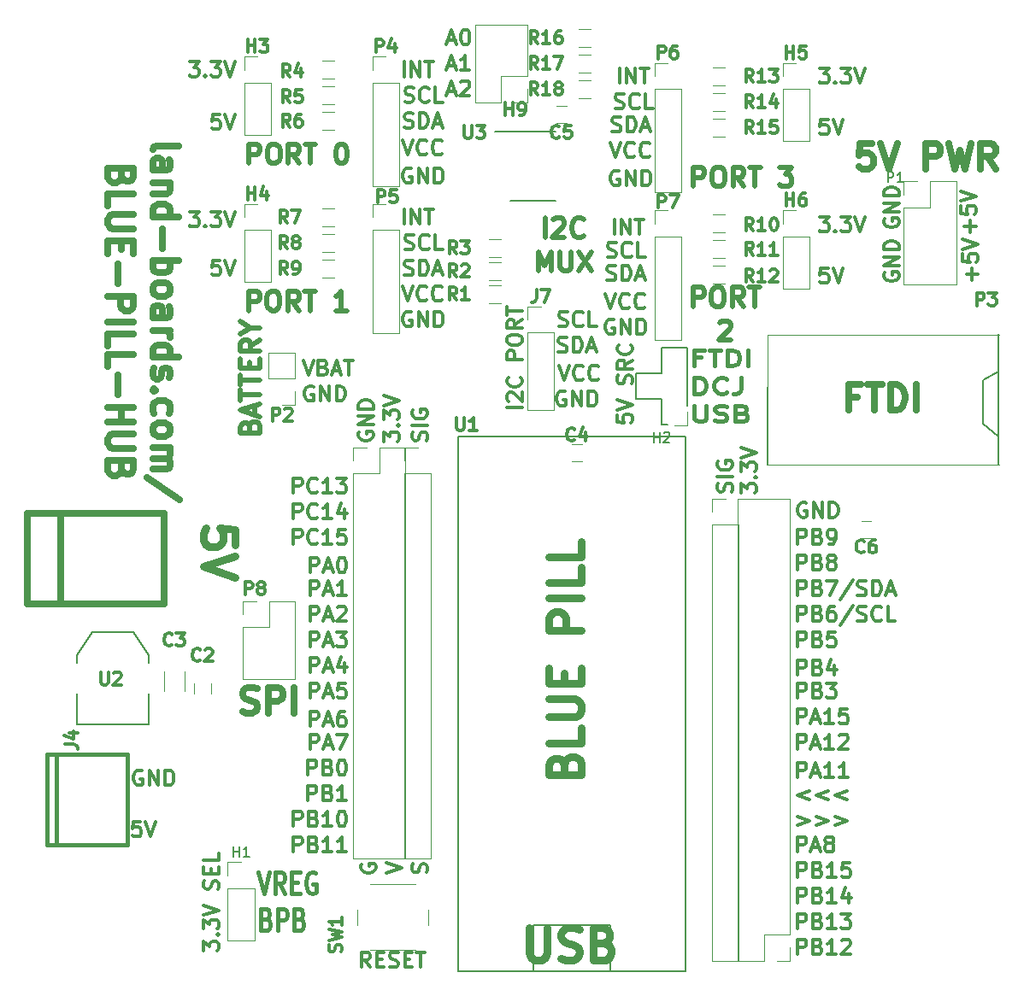
<source format=gbr>
G04 #@! TF.GenerationSoftware,KiCad,Pcbnew,(5.0.2)-1*
G04 #@! TF.CreationDate,2020-02-25T08:55:16-05:00*
G04 #@! TF.ProjectId,Blue-Pill-Board,426c7565-2d50-4696-9c6c-2d426f617264,2*
G04 #@! TF.SameCoordinates,Original*
G04 #@! TF.FileFunction,Legend,Top*
G04 #@! TF.FilePolarity,Positive*
%FSLAX46Y46*%
G04 Gerber Fmt 4.6, Leading zero omitted, Abs format (unit mm)*
G04 Created by KiCad (PCBNEW (5.0.2)-1) date 2/25/2020 8:55:16 AM*
%MOMM*%
%LPD*%
G01*
G04 APERTURE LIST*
%ADD10C,0.300000*%
%ADD11C,0.393700*%
%ADD12C,0.635000*%
%ADD13C,0.476250*%
%ADD14C,0.412750*%
%ADD15C,0.793750*%
%ADD16C,0.120000*%
%ADD17C,0.150000*%
%ADD18C,0.650000*%
%ADD19C,0.381000*%
%ADD20C,0.203200*%
%ADD21C,0.317500*%
G04 APERTURE END LIST*
D10*
X65472571Y-50061428D02*
X65472571Y-50775714D01*
X66186857Y-50847142D01*
X66115428Y-50775714D01*
X66044000Y-50632857D01*
X66044000Y-50275714D01*
X66115428Y-50132857D01*
X66186857Y-50061428D01*
X66329714Y-49990000D01*
X66686857Y-49990000D01*
X66829714Y-50061428D01*
X66901142Y-50132857D01*
X66972571Y-50275714D01*
X66972571Y-50632857D01*
X66901142Y-50775714D01*
X66829714Y-50847142D01*
X65472571Y-49561428D02*
X66972571Y-49061428D01*
X65472571Y-48561428D01*
X66901142Y-46990000D02*
X66972571Y-46775714D01*
X66972571Y-46418571D01*
X66901142Y-46275714D01*
X66829714Y-46204285D01*
X66686857Y-46132857D01*
X66544000Y-46132857D01*
X66401142Y-46204285D01*
X66329714Y-46275714D01*
X66258285Y-46418571D01*
X66186857Y-46704285D01*
X66115428Y-46847142D01*
X66044000Y-46918571D01*
X65901142Y-46990000D01*
X65758285Y-46990000D01*
X65615428Y-46918571D01*
X65544000Y-46847142D01*
X65472571Y-46704285D01*
X65472571Y-46347142D01*
X65544000Y-46132857D01*
X66972571Y-44632857D02*
X66258285Y-45132857D01*
X66972571Y-45490000D02*
X65472571Y-45490000D01*
X65472571Y-44918571D01*
X65544000Y-44775714D01*
X65615428Y-44704285D01*
X65758285Y-44632857D01*
X65972571Y-44632857D01*
X66115428Y-44704285D01*
X66186857Y-44775714D01*
X66258285Y-44918571D01*
X66258285Y-45490000D01*
X66829714Y-43132857D02*
X66901142Y-43204285D01*
X66972571Y-43418571D01*
X66972571Y-43561428D01*
X66901142Y-43775714D01*
X66758285Y-43918571D01*
X66615428Y-43990000D01*
X66329714Y-44061428D01*
X66115428Y-44061428D01*
X65829714Y-43990000D01*
X65686857Y-43918571D01*
X65544000Y-43775714D01*
X65472571Y-43561428D01*
X65472571Y-43418571D01*
X65544000Y-43204285D01*
X65615428Y-43132857D01*
D11*
X73807047Y-44375614D02*
X73129714Y-44375614D01*
X73129714Y-45200509D02*
X73129714Y-43625709D01*
X74097333Y-43625709D01*
X74581143Y-43625709D02*
X75742285Y-43625709D01*
X75161714Y-45200509D02*
X75161714Y-43625709D01*
X76419619Y-45200509D02*
X76419619Y-43625709D01*
X76903428Y-43625709D01*
X77193714Y-43700700D01*
X77387238Y-43850680D01*
X77484000Y-44000661D01*
X77580762Y-44300623D01*
X77580762Y-44525595D01*
X77484000Y-44825557D01*
X77387238Y-44975538D01*
X77193714Y-45125519D01*
X76903428Y-45200509D01*
X76419619Y-45200509D01*
X78451619Y-45200509D02*
X78451619Y-43625709D01*
X73129714Y-47956409D02*
X73129714Y-46381609D01*
X73613524Y-46381609D01*
X73903809Y-46456600D01*
X74097333Y-46606580D01*
X74194095Y-46756561D01*
X74290857Y-47056523D01*
X74290857Y-47281495D01*
X74194095Y-47581457D01*
X74097333Y-47731438D01*
X73903809Y-47881419D01*
X73613524Y-47956409D01*
X73129714Y-47956409D01*
X76322857Y-47806428D02*
X76226095Y-47881419D01*
X75935809Y-47956409D01*
X75742285Y-47956409D01*
X75452000Y-47881419D01*
X75258476Y-47731438D01*
X75161714Y-47581457D01*
X75064952Y-47281495D01*
X75064952Y-47056523D01*
X75161714Y-46756561D01*
X75258476Y-46606580D01*
X75452000Y-46456600D01*
X75742285Y-46381609D01*
X75935809Y-46381609D01*
X76226095Y-46456600D01*
X76322857Y-46531590D01*
X77774285Y-46381609D02*
X77774285Y-47506466D01*
X77677524Y-47731438D01*
X77484000Y-47881419D01*
X77193714Y-47956409D01*
X77000190Y-47956409D01*
X73129714Y-49137509D02*
X73129714Y-50412347D01*
X73226476Y-50562328D01*
X73323238Y-50637319D01*
X73516762Y-50712309D01*
X73903809Y-50712309D01*
X74097333Y-50637319D01*
X74194095Y-50562328D01*
X74290857Y-50412347D01*
X74290857Y-49137509D01*
X75161714Y-50637319D02*
X75452000Y-50712309D01*
X75935809Y-50712309D01*
X76129333Y-50637319D01*
X76226095Y-50562328D01*
X76322857Y-50412347D01*
X76322857Y-50262366D01*
X76226095Y-50112385D01*
X76129333Y-50037395D01*
X75935809Y-49962404D01*
X75548762Y-49887414D01*
X75355238Y-49812423D01*
X75258476Y-49737433D01*
X75161714Y-49587452D01*
X75161714Y-49437471D01*
X75258476Y-49287490D01*
X75355238Y-49212500D01*
X75548762Y-49137509D01*
X76032571Y-49137509D01*
X76322857Y-49212500D01*
X77871047Y-49887414D02*
X78161333Y-49962404D01*
X78258095Y-50037395D01*
X78354857Y-50187376D01*
X78354857Y-50412347D01*
X78258095Y-50562328D01*
X78161333Y-50637319D01*
X77967809Y-50712309D01*
X77193714Y-50712309D01*
X77193714Y-49137509D01*
X77871047Y-49137509D01*
X78064571Y-49212500D01*
X78161333Y-49287490D01*
X78258095Y-49437471D01*
X78258095Y-49587452D01*
X78161333Y-49737433D01*
X78064571Y-49812423D01*
X77871047Y-49887414D01*
X77193714Y-49887414D01*
D10*
X84218057Y-58813000D02*
X84075200Y-58741571D01*
X83860914Y-58741571D01*
X83646628Y-58813000D01*
X83503771Y-58955857D01*
X83432342Y-59098714D01*
X83360914Y-59384428D01*
X83360914Y-59598714D01*
X83432342Y-59884428D01*
X83503771Y-60027285D01*
X83646628Y-60170142D01*
X83860914Y-60241571D01*
X84003771Y-60241571D01*
X84218057Y-60170142D01*
X84289485Y-60098714D01*
X84289485Y-59598714D01*
X84003771Y-59598714D01*
X84932342Y-60241571D02*
X84932342Y-58741571D01*
X85789485Y-60241571D01*
X85789485Y-58741571D01*
X86503771Y-60241571D02*
X86503771Y-58741571D01*
X86860914Y-58741571D01*
X87075200Y-58813000D01*
X87218057Y-58955857D01*
X87289485Y-59098714D01*
X87360914Y-59384428D01*
X87360914Y-59598714D01*
X87289485Y-59884428D01*
X87218057Y-60027285D01*
X87075200Y-60170142D01*
X86860914Y-60241571D01*
X86503771Y-60241571D01*
X24527771Y-103159914D02*
X24527771Y-102231342D01*
X25099200Y-102731342D01*
X25099200Y-102517057D01*
X25170628Y-102374200D01*
X25242057Y-102302771D01*
X25384914Y-102231342D01*
X25742057Y-102231342D01*
X25884914Y-102302771D01*
X25956342Y-102374200D01*
X26027771Y-102517057D01*
X26027771Y-102945628D01*
X25956342Y-103088485D01*
X25884914Y-103159914D01*
X25884914Y-101588485D02*
X25956342Y-101517057D01*
X26027771Y-101588485D01*
X25956342Y-101659914D01*
X25884914Y-101588485D01*
X26027771Y-101588485D01*
X24527771Y-101017057D02*
X24527771Y-100088485D01*
X25099200Y-100588485D01*
X25099200Y-100374200D01*
X25170628Y-100231342D01*
X25242057Y-100159914D01*
X25384914Y-100088485D01*
X25742057Y-100088485D01*
X25884914Y-100159914D01*
X25956342Y-100231342D01*
X26027771Y-100374200D01*
X26027771Y-100802771D01*
X25956342Y-100945628D01*
X25884914Y-101017057D01*
X24527771Y-99659914D02*
X26027771Y-99159914D01*
X24527771Y-98659914D01*
X25956342Y-97088485D02*
X26027771Y-96874200D01*
X26027771Y-96517057D01*
X25956342Y-96374200D01*
X25884914Y-96302771D01*
X25742057Y-96231342D01*
X25599200Y-96231342D01*
X25456342Y-96302771D01*
X25384914Y-96374200D01*
X25313485Y-96517057D01*
X25242057Y-96802771D01*
X25170628Y-96945628D01*
X25099200Y-97017057D01*
X24956342Y-97088485D01*
X24813485Y-97088485D01*
X24670628Y-97017057D01*
X24599200Y-96945628D01*
X24527771Y-96802771D01*
X24527771Y-96445628D01*
X24599200Y-96231342D01*
X25242057Y-95588485D02*
X25242057Y-95088485D01*
X26027771Y-94874200D02*
X26027771Y-95588485D01*
X24527771Y-95588485D01*
X24527771Y-94874200D01*
X26027771Y-93517057D02*
X26027771Y-94231342D01*
X24527771Y-94231342D01*
D12*
X89265276Y-48281771D02*
X88418609Y-48281771D01*
X88418609Y-49612247D02*
X88418609Y-47072247D01*
X89628133Y-47072247D01*
X90232895Y-47072247D02*
X91684323Y-47072247D01*
X90958609Y-49612247D02*
X90958609Y-47072247D01*
X92530990Y-49612247D02*
X92530990Y-47072247D01*
X93135752Y-47072247D01*
X93498609Y-47193200D01*
X93740514Y-47435104D01*
X93861466Y-47677009D01*
X93982419Y-48160819D01*
X93982419Y-48523676D01*
X93861466Y-49007485D01*
X93740514Y-49249390D01*
X93498609Y-49491295D01*
X93135752Y-49612247D01*
X92530990Y-49612247D01*
X95070990Y-49612247D02*
X95070990Y-47072247D01*
X28387523Y-79514095D02*
X28750380Y-79635047D01*
X29355142Y-79635047D01*
X29597047Y-79514095D01*
X29718000Y-79393142D01*
X29838952Y-79151238D01*
X29838952Y-78909333D01*
X29718000Y-78667428D01*
X29597047Y-78546476D01*
X29355142Y-78425523D01*
X28871333Y-78304571D01*
X28629428Y-78183619D01*
X28508476Y-78062666D01*
X28387523Y-77820761D01*
X28387523Y-77578857D01*
X28508476Y-77336952D01*
X28629428Y-77216000D01*
X28871333Y-77095047D01*
X29476095Y-77095047D01*
X29838952Y-77216000D01*
X30927523Y-79635047D02*
X30927523Y-77095047D01*
X31895142Y-77095047D01*
X32137047Y-77216000D01*
X32258000Y-77336952D01*
X32378952Y-77578857D01*
X32378952Y-77941714D01*
X32258000Y-78183619D01*
X32137047Y-78304571D01*
X31895142Y-78425523D01*
X30927523Y-78425523D01*
X33467523Y-79635047D02*
X33467523Y-77095047D01*
X90721542Y-23145447D02*
X89512019Y-23145447D01*
X89391066Y-24354971D01*
X89512019Y-24234019D01*
X89753923Y-24113066D01*
X90358685Y-24113066D01*
X90600590Y-24234019D01*
X90721542Y-24354971D01*
X90842495Y-24596876D01*
X90842495Y-25201638D01*
X90721542Y-25443542D01*
X90600590Y-25564495D01*
X90358685Y-25685447D01*
X89753923Y-25685447D01*
X89512019Y-25564495D01*
X89391066Y-25443542D01*
X91568209Y-23145447D02*
X92414876Y-25685447D01*
X93261542Y-23145447D01*
X96043447Y-25685447D02*
X96043447Y-23145447D01*
X97011066Y-23145447D01*
X97252971Y-23266400D01*
X97373923Y-23387352D01*
X97494876Y-23629257D01*
X97494876Y-23992114D01*
X97373923Y-24234019D01*
X97252971Y-24354971D01*
X97011066Y-24475923D01*
X96043447Y-24475923D01*
X98341542Y-23145447D02*
X98946304Y-25685447D01*
X99430114Y-23871161D01*
X99913923Y-25685447D01*
X100518685Y-23145447D01*
X102937733Y-25685447D02*
X102091066Y-24475923D01*
X101486304Y-25685447D02*
X101486304Y-23145447D01*
X102453923Y-23145447D01*
X102695828Y-23266400D01*
X102816780Y-23387352D01*
X102937733Y-23629257D01*
X102937733Y-23992114D01*
X102816780Y-24234019D01*
X102695828Y-24354971D01*
X102453923Y-24475923D01*
X101486304Y-24475923D01*
D10*
X41001428Y-104818571D02*
X40501428Y-104104285D01*
X40144285Y-104818571D02*
X40144285Y-103318571D01*
X40715714Y-103318571D01*
X40858571Y-103390000D01*
X40930000Y-103461428D01*
X41001428Y-103604285D01*
X41001428Y-103818571D01*
X40930000Y-103961428D01*
X40858571Y-104032857D01*
X40715714Y-104104285D01*
X40144285Y-104104285D01*
X41644285Y-104032857D02*
X42144285Y-104032857D01*
X42358571Y-104818571D02*
X41644285Y-104818571D01*
X41644285Y-103318571D01*
X42358571Y-103318571D01*
X42930000Y-104747142D02*
X43144285Y-104818571D01*
X43501428Y-104818571D01*
X43644285Y-104747142D01*
X43715714Y-104675714D01*
X43787142Y-104532857D01*
X43787142Y-104390000D01*
X43715714Y-104247142D01*
X43644285Y-104175714D01*
X43501428Y-104104285D01*
X43215714Y-104032857D01*
X43072857Y-103961428D01*
X43001428Y-103890000D01*
X42930000Y-103747142D01*
X42930000Y-103604285D01*
X43001428Y-103461428D01*
X43072857Y-103390000D01*
X43215714Y-103318571D01*
X43572857Y-103318571D01*
X43787142Y-103390000D01*
X44430000Y-104032857D02*
X44930000Y-104032857D01*
X45144285Y-104818571D02*
X44430000Y-104818571D01*
X44430000Y-103318571D01*
X45144285Y-103318571D01*
X45572857Y-103318571D02*
X46430000Y-103318571D01*
X46001428Y-104818571D02*
X46001428Y-103318571D01*
X100640342Y-36701171D02*
X100640342Y-35558314D01*
X101211771Y-36129742D02*
X100068914Y-36129742D01*
X99711771Y-34129742D02*
X99711771Y-34844028D01*
X100426057Y-34915457D01*
X100354628Y-34844028D01*
X100283200Y-34701171D01*
X100283200Y-34344028D01*
X100354628Y-34201171D01*
X100426057Y-34129742D01*
X100568914Y-34058314D01*
X100926057Y-34058314D01*
X101068914Y-34129742D01*
X101140342Y-34201171D01*
X101211771Y-34344028D01*
X101211771Y-34701171D01*
X101140342Y-34844028D01*
X101068914Y-34915457D01*
X99711771Y-33629742D02*
X101211771Y-33129742D01*
X99711771Y-32629742D01*
X100437142Y-31951371D02*
X100437142Y-30808514D01*
X101008571Y-31379942D02*
X99865714Y-31379942D01*
X99508571Y-29379942D02*
X99508571Y-30094228D01*
X100222857Y-30165657D01*
X100151428Y-30094228D01*
X100080000Y-29951371D01*
X100080000Y-29594228D01*
X100151428Y-29451371D01*
X100222857Y-29379942D01*
X100365714Y-29308514D01*
X100722857Y-29308514D01*
X100865714Y-29379942D01*
X100937142Y-29451371D01*
X101008571Y-29594228D01*
X101008571Y-29951371D01*
X100937142Y-30094228D01*
X100865714Y-30165657D01*
X99508571Y-28879942D02*
X101008571Y-28379942D01*
X99508571Y-27879942D01*
X91960000Y-30632257D02*
X91888571Y-30775114D01*
X91888571Y-30989400D01*
X91960000Y-31203685D01*
X92102857Y-31346542D01*
X92245714Y-31417971D01*
X92531428Y-31489400D01*
X92745714Y-31489400D01*
X93031428Y-31417971D01*
X93174285Y-31346542D01*
X93317142Y-31203685D01*
X93388571Y-30989400D01*
X93388571Y-30846542D01*
X93317142Y-30632257D01*
X93245714Y-30560828D01*
X92745714Y-30560828D01*
X92745714Y-30846542D01*
X93388571Y-29917971D02*
X91888571Y-29917971D01*
X93388571Y-29060828D01*
X91888571Y-29060828D01*
X93388571Y-28346542D02*
X91888571Y-28346542D01*
X91888571Y-27989400D01*
X91960000Y-27775114D01*
X92102857Y-27632257D01*
X92245714Y-27560828D01*
X92531428Y-27489400D01*
X92745714Y-27489400D01*
X93031428Y-27560828D01*
X93174285Y-27632257D01*
X93317142Y-27775114D01*
X93388571Y-27989400D01*
X93388571Y-28346542D01*
X91960000Y-35966257D02*
X91888571Y-36109114D01*
X91888571Y-36323400D01*
X91960000Y-36537685D01*
X92102857Y-36680542D01*
X92245714Y-36751971D01*
X92531428Y-36823400D01*
X92745714Y-36823400D01*
X93031428Y-36751971D01*
X93174285Y-36680542D01*
X93317142Y-36537685D01*
X93388571Y-36323400D01*
X93388571Y-36180542D01*
X93317142Y-35966257D01*
X93245714Y-35894828D01*
X92745714Y-35894828D01*
X92745714Y-36180542D01*
X93388571Y-35251971D02*
X91888571Y-35251971D01*
X93388571Y-34394828D01*
X91888571Y-34394828D01*
X93388571Y-33680542D02*
X91888571Y-33680542D01*
X91888571Y-33323400D01*
X91960000Y-33109114D01*
X92102857Y-32966257D01*
X92245714Y-32894828D01*
X92531428Y-32823400D01*
X92745714Y-32823400D01*
X93031428Y-32894828D01*
X93174285Y-32966257D01*
X93317142Y-33109114D01*
X93388571Y-33323400D01*
X93388571Y-33680542D01*
X34373857Y-44639571D02*
X34873857Y-46139571D01*
X35373857Y-44639571D01*
X36373857Y-45353857D02*
X36588142Y-45425285D01*
X36659571Y-45496714D01*
X36731000Y-45639571D01*
X36731000Y-45853857D01*
X36659571Y-45996714D01*
X36588142Y-46068142D01*
X36445285Y-46139571D01*
X35873857Y-46139571D01*
X35873857Y-44639571D01*
X36373857Y-44639571D01*
X36516714Y-44711000D01*
X36588142Y-44782428D01*
X36659571Y-44925285D01*
X36659571Y-45068142D01*
X36588142Y-45211000D01*
X36516714Y-45282428D01*
X36373857Y-45353857D01*
X35873857Y-45353857D01*
X37302428Y-45711000D02*
X38016714Y-45711000D01*
X37159571Y-46139571D02*
X37659571Y-44639571D01*
X38159571Y-46139571D01*
X38445285Y-44639571D02*
X39302428Y-44639571D01*
X38873857Y-46139571D02*
X38873857Y-44639571D01*
X35373857Y-47261000D02*
X35231000Y-47189571D01*
X35016714Y-47189571D01*
X34802428Y-47261000D01*
X34659571Y-47403857D01*
X34588142Y-47546714D01*
X34516714Y-47832428D01*
X34516714Y-48046714D01*
X34588142Y-48332428D01*
X34659571Y-48475285D01*
X34802428Y-48618142D01*
X35016714Y-48689571D01*
X35159571Y-48689571D01*
X35373857Y-48618142D01*
X35445285Y-48546714D01*
X35445285Y-48046714D01*
X35159571Y-48046714D01*
X36088142Y-48689571D02*
X36088142Y-47189571D01*
X36945285Y-48689571D01*
X36945285Y-47189571D01*
X37659571Y-48689571D02*
X37659571Y-47189571D01*
X38016714Y-47189571D01*
X38231000Y-47261000D01*
X38373857Y-47403857D01*
X38445285Y-47546714D01*
X38516714Y-47832428D01*
X38516714Y-48046714D01*
X38445285Y-48332428D01*
X38373857Y-48475285D01*
X38231000Y-48618142D01*
X38016714Y-48689571D01*
X37659571Y-48689571D01*
D13*
X29073928Y-51244500D02*
X29164642Y-50972357D01*
X29255357Y-50881642D01*
X29436785Y-50790928D01*
X29708928Y-50790928D01*
X29890357Y-50881642D01*
X29981071Y-50972357D01*
X30071785Y-51153785D01*
X30071785Y-51879500D01*
X28166785Y-51879500D01*
X28166785Y-51244500D01*
X28257500Y-51063071D01*
X28348214Y-50972357D01*
X28529642Y-50881642D01*
X28711071Y-50881642D01*
X28892500Y-50972357D01*
X28983214Y-51063071D01*
X29073928Y-51244500D01*
X29073928Y-51879500D01*
X29527500Y-50065214D02*
X29527500Y-49158071D01*
X30071785Y-50246642D02*
X28166785Y-49611642D01*
X30071785Y-48976642D01*
X28166785Y-48613785D02*
X28166785Y-47525214D01*
X30071785Y-48069500D02*
X28166785Y-48069500D01*
X28166785Y-47162357D02*
X28166785Y-46073785D01*
X30071785Y-46618071D02*
X28166785Y-46618071D01*
X29073928Y-45438785D02*
X29073928Y-44803785D01*
X30071785Y-44531642D02*
X30071785Y-45438785D01*
X28166785Y-45438785D01*
X28166785Y-44531642D01*
X30071785Y-42626642D02*
X29164642Y-43261642D01*
X30071785Y-43715214D02*
X28166785Y-43715214D01*
X28166785Y-42989500D01*
X28257500Y-42808071D01*
X28348214Y-42717357D01*
X28529642Y-42626642D01*
X28801785Y-42626642D01*
X28983214Y-42717357D01*
X29073928Y-42808071D01*
X29164642Y-42989500D01*
X29164642Y-43715214D01*
X29164642Y-41447357D02*
X30071785Y-41447357D01*
X28166785Y-42082357D02*
X29164642Y-41447357D01*
X28166785Y-40812357D01*
D10*
X83356142Y-89848571D02*
X84499000Y-90277142D01*
X83356142Y-90705714D01*
X85213285Y-89848571D02*
X86356142Y-90277142D01*
X85213285Y-90705714D01*
X87070428Y-89848571D02*
X88213285Y-90277142D01*
X87070428Y-90705714D01*
D14*
X29940325Y-95366265D02*
X30490658Y-97525265D01*
X31040992Y-95366265D01*
X32534754Y-97525265D02*
X31984420Y-96497170D01*
X31591325Y-97525265D02*
X31591325Y-95366265D01*
X32220277Y-95366265D01*
X32377516Y-95469075D01*
X32456135Y-95571884D01*
X32534754Y-95777503D01*
X32534754Y-96085932D01*
X32456135Y-96291551D01*
X32377516Y-96394360D01*
X32220277Y-96497170D01*
X31591325Y-96497170D01*
X33242325Y-96394360D02*
X33792658Y-96394360D01*
X34028516Y-97525265D02*
X33242325Y-97525265D01*
X33242325Y-95366265D01*
X34028516Y-95366265D01*
X35600897Y-95469075D02*
X35443658Y-95366265D01*
X35207801Y-95366265D01*
X34971944Y-95469075D01*
X34814706Y-95674694D01*
X34736087Y-95880313D01*
X34657468Y-96291551D01*
X34657468Y-96599979D01*
X34736087Y-97011217D01*
X34814706Y-97216836D01*
X34971944Y-97422455D01*
X35207801Y-97525265D01*
X35365039Y-97525265D01*
X35600897Y-97422455D01*
X35679516Y-97319646D01*
X35679516Y-96599979D01*
X35365039Y-96599979D01*
X30726516Y-100045610D02*
X30962373Y-100148420D01*
X31040992Y-100251229D01*
X31119611Y-100456848D01*
X31119611Y-100765277D01*
X31040992Y-100970896D01*
X30962373Y-101073705D01*
X30805135Y-101176515D01*
X30176182Y-101176515D01*
X30176182Y-99017515D01*
X30726516Y-99017515D01*
X30883754Y-99120325D01*
X30962373Y-99223134D01*
X31040992Y-99428753D01*
X31040992Y-99634372D01*
X30962373Y-99839991D01*
X30883754Y-99942801D01*
X30726516Y-100045610D01*
X30176182Y-100045610D01*
X31827182Y-101176515D02*
X31827182Y-99017515D01*
X32456135Y-99017515D01*
X32613373Y-99120325D01*
X32691992Y-99223134D01*
X32770611Y-99428753D01*
X32770611Y-99737182D01*
X32691992Y-99942801D01*
X32613373Y-100045610D01*
X32456135Y-100148420D01*
X31827182Y-100148420D01*
X34028516Y-100045610D02*
X34264373Y-100148420D01*
X34342992Y-100251229D01*
X34421611Y-100456848D01*
X34421611Y-100765277D01*
X34342992Y-100970896D01*
X34264373Y-101073705D01*
X34107135Y-101176515D01*
X33478182Y-101176515D01*
X33478182Y-99017515D01*
X34028516Y-99017515D01*
X34185754Y-99120325D01*
X34264373Y-99223134D01*
X34342992Y-99428753D01*
X34342992Y-99634372D01*
X34264373Y-99839991D01*
X34185754Y-99942801D01*
X34028516Y-100045610D01*
X33478182Y-100045610D01*
D10*
X18415142Y-85356000D02*
X18272285Y-85284571D01*
X18058000Y-85284571D01*
X17843714Y-85356000D01*
X17700857Y-85498857D01*
X17629428Y-85641714D01*
X17558000Y-85927428D01*
X17558000Y-86141714D01*
X17629428Y-86427428D01*
X17700857Y-86570285D01*
X17843714Y-86713142D01*
X18058000Y-86784571D01*
X18200857Y-86784571D01*
X18415142Y-86713142D01*
X18486571Y-86641714D01*
X18486571Y-86141714D01*
X18200857Y-86141714D01*
X19129428Y-86784571D02*
X19129428Y-85284571D01*
X19986571Y-86784571D01*
X19986571Y-85284571D01*
X20700857Y-86784571D02*
X20700857Y-85284571D01*
X21058000Y-85284571D01*
X21272285Y-85356000D01*
X21415142Y-85498857D01*
X21486571Y-85641714D01*
X21558000Y-85927428D01*
X21558000Y-86141714D01*
X21486571Y-86427428D01*
X21415142Y-86570285D01*
X21272285Y-86713142D01*
X21058000Y-86784571D01*
X20700857Y-86784571D01*
X18256285Y-90364571D02*
X17542000Y-90364571D01*
X17470571Y-91078857D01*
X17542000Y-91007428D01*
X17684857Y-90936000D01*
X18042000Y-90936000D01*
X18184857Y-91007428D01*
X18256285Y-91078857D01*
X18327714Y-91221714D01*
X18327714Y-91578857D01*
X18256285Y-91721714D01*
X18184857Y-91793142D01*
X18042000Y-91864571D01*
X17684857Y-91864571D01*
X17542000Y-91793142D01*
X17470571Y-91721714D01*
X18756285Y-90364571D02*
X19256285Y-91864571D01*
X19756285Y-90364571D01*
X33421000Y-57828571D02*
X33421000Y-56328571D01*
X33992428Y-56328571D01*
X34135285Y-56400000D01*
X34206714Y-56471428D01*
X34278142Y-56614285D01*
X34278142Y-56828571D01*
X34206714Y-56971428D01*
X34135285Y-57042857D01*
X33992428Y-57114285D01*
X33421000Y-57114285D01*
X35778142Y-57685714D02*
X35706714Y-57757142D01*
X35492428Y-57828571D01*
X35349571Y-57828571D01*
X35135285Y-57757142D01*
X34992428Y-57614285D01*
X34921000Y-57471428D01*
X34849571Y-57185714D01*
X34849571Y-56971428D01*
X34921000Y-56685714D01*
X34992428Y-56542857D01*
X35135285Y-56400000D01*
X35349571Y-56328571D01*
X35492428Y-56328571D01*
X35706714Y-56400000D01*
X35778142Y-56471428D01*
X37206714Y-57828571D02*
X36349571Y-57828571D01*
X36778142Y-57828571D02*
X36778142Y-56328571D01*
X36635285Y-56542857D01*
X36492428Y-56685714D01*
X36349571Y-56757142D01*
X37706714Y-56328571D02*
X38635285Y-56328571D01*
X38135285Y-56900000D01*
X38349571Y-56900000D01*
X38492428Y-56971428D01*
X38563857Y-57042857D01*
X38635285Y-57185714D01*
X38635285Y-57542857D01*
X38563857Y-57685714D01*
X38492428Y-57757142D01*
X38349571Y-57828571D01*
X37921000Y-57828571D01*
X37778142Y-57757142D01*
X37706714Y-57685714D01*
X33421000Y-60368571D02*
X33421000Y-58868571D01*
X33992428Y-58868571D01*
X34135285Y-58940000D01*
X34206714Y-59011428D01*
X34278142Y-59154285D01*
X34278142Y-59368571D01*
X34206714Y-59511428D01*
X34135285Y-59582857D01*
X33992428Y-59654285D01*
X33421000Y-59654285D01*
X35778142Y-60225714D02*
X35706714Y-60297142D01*
X35492428Y-60368571D01*
X35349571Y-60368571D01*
X35135285Y-60297142D01*
X34992428Y-60154285D01*
X34921000Y-60011428D01*
X34849571Y-59725714D01*
X34849571Y-59511428D01*
X34921000Y-59225714D01*
X34992428Y-59082857D01*
X35135285Y-58940000D01*
X35349571Y-58868571D01*
X35492428Y-58868571D01*
X35706714Y-58940000D01*
X35778142Y-59011428D01*
X37206714Y-60368571D02*
X36349571Y-60368571D01*
X36778142Y-60368571D02*
X36778142Y-58868571D01*
X36635285Y-59082857D01*
X36492428Y-59225714D01*
X36349571Y-59297142D01*
X38492428Y-59368571D02*
X38492428Y-60368571D01*
X38135285Y-58797142D02*
X37778142Y-59868571D01*
X38706714Y-59868571D01*
X33421000Y-62908571D02*
X33421000Y-61408571D01*
X33992428Y-61408571D01*
X34135285Y-61480000D01*
X34206714Y-61551428D01*
X34278142Y-61694285D01*
X34278142Y-61908571D01*
X34206714Y-62051428D01*
X34135285Y-62122857D01*
X33992428Y-62194285D01*
X33421000Y-62194285D01*
X35778142Y-62765714D02*
X35706714Y-62837142D01*
X35492428Y-62908571D01*
X35349571Y-62908571D01*
X35135285Y-62837142D01*
X34992428Y-62694285D01*
X34921000Y-62551428D01*
X34849571Y-62265714D01*
X34849571Y-62051428D01*
X34921000Y-61765714D01*
X34992428Y-61622857D01*
X35135285Y-61480000D01*
X35349571Y-61408571D01*
X35492428Y-61408571D01*
X35706714Y-61480000D01*
X35778142Y-61551428D01*
X37206714Y-62908571D02*
X36349571Y-62908571D01*
X36778142Y-62908571D02*
X36778142Y-61408571D01*
X36635285Y-61622857D01*
X36492428Y-61765714D01*
X36349571Y-61837142D01*
X38563857Y-61408571D02*
X37849571Y-61408571D01*
X37778142Y-62122857D01*
X37849571Y-62051428D01*
X37992428Y-61980000D01*
X38349571Y-61980000D01*
X38492428Y-62051428D01*
X38563857Y-62122857D01*
X38635285Y-62265714D01*
X38635285Y-62622857D01*
X38563857Y-62765714D01*
X38492428Y-62837142D01*
X38349571Y-62908571D01*
X37992428Y-62908571D01*
X37849571Y-62837142D01*
X37778142Y-62765714D01*
X35063857Y-65702571D02*
X35063857Y-64202571D01*
X35635285Y-64202571D01*
X35778142Y-64274000D01*
X35849571Y-64345428D01*
X35921000Y-64488285D01*
X35921000Y-64702571D01*
X35849571Y-64845428D01*
X35778142Y-64916857D01*
X35635285Y-64988285D01*
X35063857Y-64988285D01*
X36492428Y-65274000D02*
X37206714Y-65274000D01*
X36349571Y-65702571D02*
X36849571Y-64202571D01*
X37349571Y-65702571D01*
X38135285Y-64202571D02*
X38278142Y-64202571D01*
X38421000Y-64274000D01*
X38492428Y-64345428D01*
X38563857Y-64488285D01*
X38635285Y-64774000D01*
X38635285Y-65131142D01*
X38563857Y-65416857D01*
X38492428Y-65559714D01*
X38421000Y-65631142D01*
X38278142Y-65702571D01*
X38135285Y-65702571D01*
X37992428Y-65631142D01*
X37921000Y-65559714D01*
X37849571Y-65416857D01*
X37778142Y-65131142D01*
X37778142Y-64774000D01*
X37849571Y-64488285D01*
X37921000Y-64345428D01*
X37992428Y-64274000D01*
X38135285Y-64202571D01*
X35063857Y-67988571D02*
X35063857Y-66488571D01*
X35635285Y-66488571D01*
X35778142Y-66560000D01*
X35849571Y-66631428D01*
X35921000Y-66774285D01*
X35921000Y-66988571D01*
X35849571Y-67131428D01*
X35778142Y-67202857D01*
X35635285Y-67274285D01*
X35063857Y-67274285D01*
X36492428Y-67560000D02*
X37206714Y-67560000D01*
X36349571Y-67988571D02*
X36849571Y-66488571D01*
X37349571Y-67988571D01*
X38635285Y-67988571D02*
X37778142Y-67988571D01*
X38206714Y-67988571D02*
X38206714Y-66488571D01*
X38063857Y-66702857D01*
X37921000Y-66845714D01*
X37778142Y-66917142D01*
X35063857Y-70528571D02*
X35063857Y-69028571D01*
X35635285Y-69028571D01*
X35778142Y-69100000D01*
X35849571Y-69171428D01*
X35921000Y-69314285D01*
X35921000Y-69528571D01*
X35849571Y-69671428D01*
X35778142Y-69742857D01*
X35635285Y-69814285D01*
X35063857Y-69814285D01*
X36492428Y-70100000D02*
X37206714Y-70100000D01*
X36349571Y-70528571D02*
X36849571Y-69028571D01*
X37349571Y-70528571D01*
X37778142Y-69171428D02*
X37849571Y-69100000D01*
X37992428Y-69028571D01*
X38349571Y-69028571D01*
X38492428Y-69100000D01*
X38563857Y-69171428D01*
X38635285Y-69314285D01*
X38635285Y-69457142D01*
X38563857Y-69671428D01*
X37706714Y-70528571D01*
X38635285Y-70528571D01*
X35063857Y-73068571D02*
X35063857Y-71568571D01*
X35635285Y-71568571D01*
X35778142Y-71640000D01*
X35849571Y-71711428D01*
X35921000Y-71854285D01*
X35921000Y-72068571D01*
X35849571Y-72211428D01*
X35778142Y-72282857D01*
X35635285Y-72354285D01*
X35063857Y-72354285D01*
X36492428Y-72640000D02*
X37206714Y-72640000D01*
X36349571Y-73068571D02*
X36849571Y-71568571D01*
X37349571Y-73068571D01*
X37706714Y-71568571D02*
X38635285Y-71568571D01*
X38135285Y-72140000D01*
X38349571Y-72140000D01*
X38492428Y-72211428D01*
X38563857Y-72282857D01*
X38635285Y-72425714D01*
X38635285Y-72782857D01*
X38563857Y-72925714D01*
X38492428Y-72997142D01*
X38349571Y-73068571D01*
X37921000Y-73068571D01*
X37778142Y-72997142D01*
X37706714Y-72925714D01*
X35063857Y-75608571D02*
X35063857Y-74108571D01*
X35635285Y-74108571D01*
X35778142Y-74180000D01*
X35849571Y-74251428D01*
X35921000Y-74394285D01*
X35921000Y-74608571D01*
X35849571Y-74751428D01*
X35778142Y-74822857D01*
X35635285Y-74894285D01*
X35063857Y-74894285D01*
X36492428Y-75180000D02*
X37206714Y-75180000D01*
X36349571Y-75608571D02*
X36849571Y-74108571D01*
X37349571Y-75608571D01*
X38492428Y-74608571D02*
X38492428Y-75608571D01*
X38135285Y-74037142D02*
X37778142Y-75108571D01*
X38706714Y-75108571D01*
X35063857Y-78148571D02*
X35063857Y-76648571D01*
X35635285Y-76648571D01*
X35778142Y-76720000D01*
X35849571Y-76791428D01*
X35921000Y-76934285D01*
X35921000Y-77148571D01*
X35849571Y-77291428D01*
X35778142Y-77362857D01*
X35635285Y-77434285D01*
X35063857Y-77434285D01*
X36492428Y-77720000D02*
X37206714Y-77720000D01*
X36349571Y-78148571D02*
X36849571Y-76648571D01*
X37349571Y-78148571D01*
X38563857Y-76648571D02*
X37849571Y-76648571D01*
X37778142Y-77362857D01*
X37849571Y-77291428D01*
X37992428Y-77220000D01*
X38349571Y-77220000D01*
X38492428Y-77291428D01*
X38563857Y-77362857D01*
X38635285Y-77505714D01*
X38635285Y-77862857D01*
X38563857Y-78005714D01*
X38492428Y-78077142D01*
X38349571Y-78148571D01*
X37992428Y-78148571D01*
X37849571Y-78077142D01*
X37778142Y-78005714D01*
X35063857Y-80942571D02*
X35063857Y-79442571D01*
X35635285Y-79442571D01*
X35778142Y-79514000D01*
X35849571Y-79585428D01*
X35921000Y-79728285D01*
X35921000Y-79942571D01*
X35849571Y-80085428D01*
X35778142Y-80156857D01*
X35635285Y-80228285D01*
X35063857Y-80228285D01*
X36492428Y-80514000D02*
X37206714Y-80514000D01*
X36349571Y-80942571D02*
X36849571Y-79442571D01*
X37349571Y-80942571D01*
X38492428Y-79442571D02*
X38206714Y-79442571D01*
X38063857Y-79514000D01*
X37992428Y-79585428D01*
X37849571Y-79799714D01*
X37778142Y-80085428D01*
X37778142Y-80656857D01*
X37849571Y-80799714D01*
X37921000Y-80871142D01*
X38063857Y-80942571D01*
X38349571Y-80942571D01*
X38492428Y-80871142D01*
X38563857Y-80799714D01*
X38635285Y-80656857D01*
X38635285Y-80299714D01*
X38563857Y-80156857D01*
X38492428Y-80085428D01*
X38349571Y-80014000D01*
X38063857Y-80014000D01*
X37921000Y-80085428D01*
X37849571Y-80156857D01*
X37778142Y-80299714D01*
X35063857Y-83228571D02*
X35063857Y-81728571D01*
X35635285Y-81728571D01*
X35778142Y-81800000D01*
X35849571Y-81871428D01*
X35921000Y-82014285D01*
X35921000Y-82228571D01*
X35849571Y-82371428D01*
X35778142Y-82442857D01*
X35635285Y-82514285D01*
X35063857Y-82514285D01*
X36492428Y-82800000D02*
X37206714Y-82800000D01*
X36349571Y-83228571D02*
X36849571Y-81728571D01*
X37349571Y-83228571D01*
X37706714Y-81728571D02*
X38706714Y-81728571D01*
X38063857Y-83228571D01*
X39890000Y-51748142D02*
X39818571Y-51891000D01*
X39818571Y-52105285D01*
X39890000Y-52319571D01*
X40032857Y-52462428D01*
X40175714Y-52533857D01*
X40461428Y-52605285D01*
X40675714Y-52605285D01*
X40961428Y-52533857D01*
X41104285Y-52462428D01*
X41247142Y-52319571D01*
X41318571Y-52105285D01*
X41318571Y-51962428D01*
X41247142Y-51748142D01*
X41175714Y-51676714D01*
X40675714Y-51676714D01*
X40675714Y-51962428D01*
X41318571Y-51033857D02*
X39818571Y-51033857D01*
X41318571Y-50176714D01*
X39818571Y-50176714D01*
X41318571Y-49462428D02*
X39818571Y-49462428D01*
X39818571Y-49105285D01*
X39890000Y-48891000D01*
X40032857Y-48748142D01*
X40175714Y-48676714D01*
X40461428Y-48605285D01*
X40675714Y-48605285D01*
X40961428Y-48676714D01*
X41104285Y-48748142D01*
X41247142Y-48891000D01*
X41318571Y-49105285D01*
X41318571Y-49462428D01*
X42358571Y-52676714D02*
X42358571Y-51748142D01*
X42930000Y-52248142D01*
X42930000Y-52033857D01*
X43001428Y-51891000D01*
X43072857Y-51819571D01*
X43215714Y-51748142D01*
X43572857Y-51748142D01*
X43715714Y-51819571D01*
X43787142Y-51891000D01*
X43858571Y-52033857D01*
X43858571Y-52462428D01*
X43787142Y-52605285D01*
X43715714Y-52676714D01*
X43715714Y-51105285D02*
X43787142Y-51033857D01*
X43858571Y-51105285D01*
X43787142Y-51176714D01*
X43715714Y-51105285D01*
X43858571Y-51105285D01*
X42358571Y-50533857D02*
X42358571Y-49605285D01*
X42930000Y-50105285D01*
X42930000Y-49891000D01*
X43001428Y-49748142D01*
X43072857Y-49676714D01*
X43215714Y-49605285D01*
X43572857Y-49605285D01*
X43715714Y-49676714D01*
X43787142Y-49748142D01*
X43858571Y-49891000D01*
X43858571Y-50319571D01*
X43787142Y-50462428D01*
X43715714Y-50533857D01*
X42358571Y-49176714D02*
X43858571Y-48676714D01*
X42358571Y-48176714D01*
X46581142Y-52605285D02*
X46652571Y-52391000D01*
X46652571Y-52033857D01*
X46581142Y-51891000D01*
X46509714Y-51819571D01*
X46366857Y-51748142D01*
X46224000Y-51748142D01*
X46081142Y-51819571D01*
X46009714Y-51891000D01*
X45938285Y-52033857D01*
X45866857Y-52319571D01*
X45795428Y-52462428D01*
X45724000Y-52533857D01*
X45581142Y-52605285D01*
X45438285Y-52605285D01*
X45295428Y-52533857D01*
X45224000Y-52462428D01*
X45152571Y-52319571D01*
X45152571Y-51962428D01*
X45224000Y-51748142D01*
X46652571Y-51105285D02*
X45152571Y-51105285D01*
X45224000Y-49605285D02*
X45152571Y-49748142D01*
X45152571Y-49962428D01*
X45224000Y-50176714D01*
X45366857Y-50319571D01*
X45509714Y-50391000D01*
X45795428Y-50462428D01*
X46009714Y-50462428D01*
X46295428Y-50391000D01*
X46438285Y-50319571D01*
X46581142Y-50176714D01*
X46652571Y-49962428D01*
X46652571Y-49819571D01*
X46581142Y-49605285D01*
X46509714Y-49533857D01*
X46009714Y-49533857D01*
X46009714Y-49819571D01*
X76807142Y-57685285D02*
X76878571Y-57471000D01*
X76878571Y-57113857D01*
X76807142Y-56971000D01*
X76735714Y-56899571D01*
X76592857Y-56828142D01*
X76450000Y-56828142D01*
X76307142Y-56899571D01*
X76235714Y-56971000D01*
X76164285Y-57113857D01*
X76092857Y-57399571D01*
X76021428Y-57542428D01*
X75950000Y-57613857D01*
X75807142Y-57685285D01*
X75664285Y-57685285D01*
X75521428Y-57613857D01*
X75450000Y-57542428D01*
X75378571Y-57399571D01*
X75378571Y-57042428D01*
X75450000Y-56828142D01*
X76878571Y-56185285D02*
X75378571Y-56185285D01*
X75450000Y-54685285D02*
X75378571Y-54828142D01*
X75378571Y-55042428D01*
X75450000Y-55256714D01*
X75592857Y-55399571D01*
X75735714Y-55471000D01*
X76021428Y-55542428D01*
X76235714Y-55542428D01*
X76521428Y-55471000D01*
X76664285Y-55399571D01*
X76807142Y-55256714D01*
X76878571Y-55042428D01*
X76878571Y-54899571D01*
X76807142Y-54685285D01*
X76735714Y-54613857D01*
X76235714Y-54613857D01*
X76235714Y-54899571D01*
X77766171Y-57807514D02*
X77766171Y-56878942D01*
X78337600Y-57378942D01*
X78337600Y-57164657D01*
X78409028Y-57021800D01*
X78480457Y-56950371D01*
X78623314Y-56878942D01*
X78980457Y-56878942D01*
X79123314Y-56950371D01*
X79194742Y-57021800D01*
X79266171Y-57164657D01*
X79266171Y-57593228D01*
X79194742Y-57736085D01*
X79123314Y-57807514D01*
X79123314Y-56236085D02*
X79194742Y-56164657D01*
X79266171Y-56236085D01*
X79194742Y-56307514D01*
X79123314Y-56236085D01*
X79266171Y-56236085D01*
X77766171Y-55664657D02*
X77766171Y-54736085D01*
X78337600Y-55236085D01*
X78337600Y-55021800D01*
X78409028Y-54878942D01*
X78480457Y-54807514D01*
X78623314Y-54736085D01*
X78980457Y-54736085D01*
X79123314Y-54807514D01*
X79194742Y-54878942D01*
X79266171Y-55021800D01*
X79266171Y-55450371D01*
X79194742Y-55593228D01*
X79123314Y-55664657D01*
X77766171Y-54307514D02*
X79266171Y-53807514D01*
X77766171Y-53307514D01*
X40144000Y-94603142D02*
X40072571Y-94746000D01*
X40072571Y-94960285D01*
X40144000Y-95174571D01*
X40286857Y-95317428D01*
X40429714Y-95388857D01*
X40715428Y-95460285D01*
X40929714Y-95460285D01*
X41215428Y-95388857D01*
X41358285Y-95317428D01*
X41501142Y-95174571D01*
X41572571Y-94960285D01*
X41572571Y-94817428D01*
X41501142Y-94603142D01*
X41429714Y-94531714D01*
X40929714Y-94531714D01*
X40929714Y-94817428D01*
X42612571Y-95496000D02*
X44112571Y-94996000D01*
X42612571Y-94496000D01*
X46581142Y-95424571D02*
X46652571Y-95210285D01*
X46652571Y-94853142D01*
X46581142Y-94710285D01*
X46509714Y-94638857D01*
X46366857Y-94567428D01*
X46224000Y-94567428D01*
X46081142Y-94638857D01*
X46009714Y-94710285D01*
X45938285Y-94853142D01*
X45866857Y-95138857D01*
X45795428Y-95281714D01*
X45724000Y-95353142D01*
X45581142Y-95424571D01*
X45438285Y-95424571D01*
X45295428Y-95353142D01*
X45224000Y-95281714D01*
X45152571Y-95138857D01*
X45152571Y-94781714D01*
X45224000Y-94567428D01*
X34849571Y-85768571D02*
X34849571Y-84268571D01*
X35421000Y-84268571D01*
X35563857Y-84340000D01*
X35635285Y-84411428D01*
X35706714Y-84554285D01*
X35706714Y-84768571D01*
X35635285Y-84911428D01*
X35563857Y-84982857D01*
X35421000Y-85054285D01*
X34849571Y-85054285D01*
X36849571Y-84982857D02*
X37063857Y-85054285D01*
X37135285Y-85125714D01*
X37206714Y-85268571D01*
X37206714Y-85482857D01*
X37135285Y-85625714D01*
X37063857Y-85697142D01*
X36921000Y-85768571D01*
X36349571Y-85768571D01*
X36349571Y-84268571D01*
X36849571Y-84268571D01*
X36992428Y-84340000D01*
X37063857Y-84411428D01*
X37135285Y-84554285D01*
X37135285Y-84697142D01*
X37063857Y-84840000D01*
X36992428Y-84911428D01*
X36849571Y-84982857D01*
X36349571Y-84982857D01*
X38135285Y-84268571D02*
X38278142Y-84268571D01*
X38421000Y-84340000D01*
X38492428Y-84411428D01*
X38563857Y-84554285D01*
X38635285Y-84840000D01*
X38635285Y-85197142D01*
X38563857Y-85482857D01*
X38492428Y-85625714D01*
X38421000Y-85697142D01*
X38278142Y-85768571D01*
X38135285Y-85768571D01*
X37992428Y-85697142D01*
X37921000Y-85625714D01*
X37849571Y-85482857D01*
X37778142Y-85197142D01*
X37778142Y-84840000D01*
X37849571Y-84554285D01*
X37921000Y-84411428D01*
X37992428Y-84340000D01*
X38135285Y-84268571D01*
X34849571Y-88308571D02*
X34849571Y-86808571D01*
X35421000Y-86808571D01*
X35563857Y-86880000D01*
X35635285Y-86951428D01*
X35706714Y-87094285D01*
X35706714Y-87308571D01*
X35635285Y-87451428D01*
X35563857Y-87522857D01*
X35421000Y-87594285D01*
X34849571Y-87594285D01*
X36849571Y-87522857D02*
X37063857Y-87594285D01*
X37135285Y-87665714D01*
X37206714Y-87808571D01*
X37206714Y-88022857D01*
X37135285Y-88165714D01*
X37063857Y-88237142D01*
X36921000Y-88308571D01*
X36349571Y-88308571D01*
X36349571Y-86808571D01*
X36849571Y-86808571D01*
X36992428Y-86880000D01*
X37063857Y-86951428D01*
X37135285Y-87094285D01*
X37135285Y-87237142D01*
X37063857Y-87380000D01*
X36992428Y-87451428D01*
X36849571Y-87522857D01*
X36349571Y-87522857D01*
X38635285Y-88308571D02*
X37778142Y-88308571D01*
X38206714Y-88308571D02*
X38206714Y-86808571D01*
X38063857Y-87022857D01*
X37921000Y-87165714D01*
X37778142Y-87237142D01*
X33421000Y-90848571D02*
X33421000Y-89348571D01*
X33992428Y-89348571D01*
X34135285Y-89420000D01*
X34206714Y-89491428D01*
X34278142Y-89634285D01*
X34278142Y-89848571D01*
X34206714Y-89991428D01*
X34135285Y-90062857D01*
X33992428Y-90134285D01*
X33421000Y-90134285D01*
X35421000Y-90062857D02*
X35635285Y-90134285D01*
X35706714Y-90205714D01*
X35778142Y-90348571D01*
X35778142Y-90562857D01*
X35706714Y-90705714D01*
X35635285Y-90777142D01*
X35492428Y-90848571D01*
X34921000Y-90848571D01*
X34921000Y-89348571D01*
X35421000Y-89348571D01*
X35563857Y-89420000D01*
X35635285Y-89491428D01*
X35706714Y-89634285D01*
X35706714Y-89777142D01*
X35635285Y-89920000D01*
X35563857Y-89991428D01*
X35421000Y-90062857D01*
X34921000Y-90062857D01*
X37206714Y-90848571D02*
X36349571Y-90848571D01*
X36778142Y-90848571D02*
X36778142Y-89348571D01*
X36635285Y-89562857D01*
X36492428Y-89705714D01*
X36349571Y-89777142D01*
X38135285Y-89348571D02*
X38278142Y-89348571D01*
X38421000Y-89420000D01*
X38492428Y-89491428D01*
X38563857Y-89634285D01*
X38635285Y-89920000D01*
X38635285Y-90277142D01*
X38563857Y-90562857D01*
X38492428Y-90705714D01*
X38421000Y-90777142D01*
X38278142Y-90848571D01*
X38135285Y-90848571D01*
X37992428Y-90777142D01*
X37921000Y-90705714D01*
X37849571Y-90562857D01*
X37778142Y-90277142D01*
X37778142Y-89920000D01*
X37849571Y-89634285D01*
X37921000Y-89491428D01*
X37992428Y-89420000D01*
X38135285Y-89348571D01*
X33421000Y-93388571D02*
X33421000Y-91888571D01*
X33992428Y-91888571D01*
X34135285Y-91960000D01*
X34206714Y-92031428D01*
X34278142Y-92174285D01*
X34278142Y-92388571D01*
X34206714Y-92531428D01*
X34135285Y-92602857D01*
X33992428Y-92674285D01*
X33421000Y-92674285D01*
X35421000Y-92602857D02*
X35635285Y-92674285D01*
X35706714Y-92745714D01*
X35778142Y-92888571D01*
X35778142Y-93102857D01*
X35706714Y-93245714D01*
X35635285Y-93317142D01*
X35492428Y-93388571D01*
X34921000Y-93388571D01*
X34921000Y-91888571D01*
X35421000Y-91888571D01*
X35563857Y-91960000D01*
X35635285Y-92031428D01*
X35706714Y-92174285D01*
X35706714Y-92317142D01*
X35635285Y-92460000D01*
X35563857Y-92531428D01*
X35421000Y-92602857D01*
X34921000Y-92602857D01*
X37206714Y-93388571D02*
X36349571Y-93388571D01*
X36778142Y-93388571D02*
X36778142Y-91888571D01*
X36635285Y-92102857D01*
X36492428Y-92245714D01*
X36349571Y-92317142D01*
X38635285Y-93388571D02*
X37778142Y-93388571D01*
X38206714Y-93388571D02*
X38206714Y-91888571D01*
X38063857Y-92102857D01*
X37921000Y-92245714D01*
X37778142Y-92317142D01*
X83356142Y-103548571D02*
X83356142Y-102048571D01*
X83927571Y-102048571D01*
X84070428Y-102120000D01*
X84141857Y-102191428D01*
X84213285Y-102334285D01*
X84213285Y-102548571D01*
X84141857Y-102691428D01*
X84070428Y-102762857D01*
X83927571Y-102834285D01*
X83356142Y-102834285D01*
X85356142Y-102762857D02*
X85570428Y-102834285D01*
X85641857Y-102905714D01*
X85713285Y-103048571D01*
X85713285Y-103262857D01*
X85641857Y-103405714D01*
X85570428Y-103477142D01*
X85427571Y-103548571D01*
X84856142Y-103548571D01*
X84856142Y-102048571D01*
X85356142Y-102048571D01*
X85499000Y-102120000D01*
X85570428Y-102191428D01*
X85641857Y-102334285D01*
X85641857Y-102477142D01*
X85570428Y-102620000D01*
X85499000Y-102691428D01*
X85356142Y-102762857D01*
X84856142Y-102762857D01*
X87141857Y-103548571D02*
X86284714Y-103548571D01*
X86713285Y-103548571D02*
X86713285Y-102048571D01*
X86570428Y-102262857D01*
X86427571Y-102405714D01*
X86284714Y-102477142D01*
X87713285Y-102191428D02*
X87784714Y-102120000D01*
X87927571Y-102048571D01*
X88284714Y-102048571D01*
X88427571Y-102120000D01*
X88499000Y-102191428D01*
X88570428Y-102334285D01*
X88570428Y-102477142D01*
X88499000Y-102691428D01*
X87641857Y-103548571D01*
X88570428Y-103548571D01*
X83356142Y-101008571D02*
X83356142Y-99508571D01*
X83927571Y-99508571D01*
X84070428Y-99580000D01*
X84141857Y-99651428D01*
X84213285Y-99794285D01*
X84213285Y-100008571D01*
X84141857Y-100151428D01*
X84070428Y-100222857D01*
X83927571Y-100294285D01*
X83356142Y-100294285D01*
X85356142Y-100222857D02*
X85570428Y-100294285D01*
X85641857Y-100365714D01*
X85713285Y-100508571D01*
X85713285Y-100722857D01*
X85641857Y-100865714D01*
X85570428Y-100937142D01*
X85427571Y-101008571D01*
X84856142Y-101008571D01*
X84856142Y-99508571D01*
X85356142Y-99508571D01*
X85499000Y-99580000D01*
X85570428Y-99651428D01*
X85641857Y-99794285D01*
X85641857Y-99937142D01*
X85570428Y-100080000D01*
X85499000Y-100151428D01*
X85356142Y-100222857D01*
X84856142Y-100222857D01*
X87141857Y-101008571D02*
X86284714Y-101008571D01*
X86713285Y-101008571D02*
X86713285Y-99508571D01*
X86570428Y-99722857D01*
X86427571Y-99865714D01*
X86284714Y-99937142D01*
X87641857Y-99508571D02*
X88570428Y-99508571D01*
X88070428Y-100080000D01*
X88284714Y-100080000D01*
X88427571Y-100151428D01*
X88499000Y-100222857D01*
X88570428Y-100365714D01*
X88570428Y-100722857D01*
X88499000Y-100865714D01*
X88427571Y-100937142D01*
X88284714Y-101008571D01*
X87856142Y-101008571D01*
X87713285Y-100937142D01*
X87641857Y-100865714D01*
X83356142Y-98468571D02*
X83356142Y-96968571D01*
X83927571Y-96968571D01*
X84070428Y-97040000D01*
X84141857Y-97111428D01*
X84213285Y-97254285D01*
X84213285Y-97468571D01*
X84141857Y-97611428D01*
X84070428Y-97682857D01*
X83927571Y-97754285D01*
X83356142Y-97754285D01*
X85356142Y-97682857D02*
X85570428Y-97754285D01*
X85641857Y-97825714D01*
X85713285Y-97968571D01*
X85713285Y-98182857D01*
X85641857Y-98325714D01*
X85570428Y-98397142D01*
X85427571Y-98468571D01*
X84856142Y-98468571D01*
X84856142Y-96968571D01*
X85356142Y-96968571D01*
X85499000Y-97040000D01*
X85570428Y-97111428D01*
X85641857Y-97254285D01*
X85641857Y-97397142D01*
X85570428Y-97540000D01*
X85499000Y-97611428D01*
X85356142Y-97682857D01*
X84856142Y-97682857D01*
X87141857Y-98468571D02*
X86284714Y-98468571D01*
X86713285Y-98468571D02*
X86713285Y-96968571D01*
X86570428Y-97182857D01*
X86427571Y-97325714D01*
X86284714Y-97397142D01*
X88427571Y-97468571D02*
X88427571Y-98468571D01*
X88070428Y-96897142D02*
X87713285Y-97968571D01*
X88641857Y-97968571D01*
X83356142Y-95928571D02*
X83356142Y-94428571D01*
X83927571Y-94428571D01*
X84070428Y-94500000D01*
X84141857Y-94571428D01*
X84213285Y-94714285D01*
X84213285Y-94928571D01*
X84141857Y-95071428D01*
X84070428Y-95142857D01*
X83927571Y-95214285D01*
X83356142Y-95214285D01*
X85356142Y-95142857D02*
X85570428Y-95214285D01*
X85641857Y-95285714D01*
X85713285Y-95428571D01*
X85713285Y-95642857D01*
X85641857Y-95785714D01*
X85570428Y-95857142D01*
X85427571Y-95928571D01*
X84856142Y-95928571D01*
X84856142Y-94428571D01*
X85356142Y-94428571D01*
X85499000Y-94500000D01*
X85570428Y-94571428D01*
X85641857Y-94714285D01*
X85641857Y-94857142D01*
X85570428Y-95000000D01*
X85499000Y-95071428D01*
X85356142Y-95142857D01*
X84856142Y-95142857D01*
X87141857Y-95928571D02*
X86284714Y-95928571D01*
X86713285Y-95928571D02*
X86713285Y-94428571D01*
X86570428Y-94642857D01*
X86427571Y-94785714D01*
X86284714Y-94857142D01*
X88499000Y-94428571D02*
X87784714Y-94428571D01*
X87713285Y-95142857D01*
X87784714Y-95071428D01*
X87927571Y-95000000D01*
X88284714Y-95000000D01*
X88427571Y-95071428D01*
X88499000Y-95142857D01*
X88570428Y-95285714D01*
X88570428Y-95642857D01*
X88499000Y-95785714D01*
X88427571Y-95857142D01*
X88284714Y-95928571D01*
X87927571Y-95928571D01*
X87784714Y-95857142D01*
X87713285Y-95785714D01*
X83356142Y-93388571D02*
X83356142Y-91888571D01*
X83927571Y-91888571D01*
X84070428Y-91960000D01*
X84141857Y-92031428D01*
X84213285Y-92174285D01*
X84213285Y-92388571D01*
X84141857Y-92531428D01*
X84070428Y-92602857D01*
X83927571Y-92674285D01*
X83356142Y-92674285D01*
X84784714Y-92960000D02*
X85499000Y-92960000D01*
X84641857Y-93388571D02*
X85141857Y-91888571D01*
X85641857Y-93388571D01*
X86356142Y-92531428D02*
X86213285Y-92460000D01*
X86141857Y-92388571D01*
X86070428Y-92245714D01*
X86070428Y-92174285D01*
X86141857Y-92031428D01*
X86213285Y-91960000D01*
X86356142Y-91888571D01*
X86641857Y-91888571D01*
X86784714Y-91960000D01*
X86856142Y-92031428D01*
X86927571Y-92174285D01*
X86927571Y-92245714D01*
X86856142Y-92388571D01*
X86784714Y-92460000D01*
X86641857Y-92531428D01*
X86356142Y-92531428D01*
X86213285Y-92602857D01*
X86141857Y-92674285D01*
X86070428Y-92817142D01*
X86070428Y-93102857D01*
X86141857Y-93245714D01*
X86213285Y-93317142D01*
X86356142Y-93388571D01*
X86641857Y-93388571D01*
X86784714Y-93317142D01*
X86856142Y-93245714D01*
X86927571Y-93102857D01*
X86927571Y-92817142D01*
X86856142Y-92674285D01*
X86784714Y-92602857D01*
X86641857Y-92531428D01*
X83356142Y-86022571D02*
X83356142Y-84522571D01*
X83927571Y-84522571D01*
X84070428Y-84594000D01*
X84141857Y-84665428D01*
X84213285Y-84808285D01*
X84213285Y-85022571D01*
X84141857Y-85165428D01*
X84070428Y-85236857D01*
X83927571Y-85308285D01*
X83356142Y-85308285D01*
X84784714Y-85594000D02*
X85499000Y-85594000D01*
X84641857Y-86022571D02*
X85141857Y-84522571D01*
X85641857Y-86022571D01*
X86927571Y-86022571D02*
X86070428Y-86022571D01*
X86499000Y-86022571D02*
X86499000Y-84522571D01*
X86356142Y-84736857D01*
X86213285Y-84879714D01*
X86070428Y-84951142D01*
X88356142Y-86022571D02*
X87499000Y-86022571D01*
X87927571Y-86022571D02*
X87927571Y-84522571D01*
X87784714Y-84736857D01*
X87641857Y-84879714D01*
X87499000Y-84951142D01*
X83356142Y-83228571D02*
X83356142Y-81728571D01*
X83927571Y-81728571D01*
X84070428Y-81800000D01*
X84141857Y-81871428D01*
X84213285Y-82014285D01*
X84213285Y-82228571D01*
X84141857Y-82371428D01*
X84070428Y-82442857D01*
X83927571Y-82514285D01*
X83356142Y-82514285D01*
X84784714Y-82800000D02*
X85499000Y-82800000D01*
X84641857Y-83228571D02*
X85141857Y-81728571D01*
X85641857Y-83228571D01*
X86927571Y-83228571D02*
X86070428Y-83228571D01*
X86499000Y-83228571D02*
X86499000Y-81728571D01*
X86356142Y-81942857D01*
X86213285Y-82085714D01*
X86070428Y-82157142D01*
X87499000Y-81871428D02*
X87570428Y-81800000D01*
X87713285Y-81728571D01*
X88070428Y-81728571D01*
X88213285Y-81800000D01*
X88284714Y-81871428D01*
X88356142Y-82014285D01*
X88356142Y-82157142D01*
X88284714Y-82371428D01*
X87427571Y-83228571D01*
X88356142Y-83228571D01*
X83356142Y-80688571D02*
X83356142Y-79188571D01*
X83927571Y-79188571D01*
X84070428Y-79260000D01*
X84141857Y-79331428D01*
X84213285Y-79474285D01*
X84213285Y-79688571D01*
X84141857Y-79831428D01*
X84070428Y-79902857D01*
X83927571Y-79974285D01*
X83356142Y-79974285D01*
X84784714Y-80260000D02*
X85499000Y-80260000D01*
X84641857Y-80688571D02*
X85141857Y-79188571D01*
X85641857Y-80688571D01*
X86927571Y-80688571D02*
X86070428Y-80688571D01*
X86499000Y-80688571D02*
X86499000Y-79188571D01*
X86356142Y-79402857D01*
X86213285Y-79545714D01*
X86070428Y-79617142D01*
X88284714Y-79188571D02*
X87570428Y-79188571D01*
X87499000Y-79902857D01*
X87570428Y-79831428D01*
X87713285Y-79760000D01*
X88070428Y-79760000D01*
X88213285Y-79831428D01*
X88284714Y-79902857D01*
X88356142Y-80045714D01*
X88356142Y-80402857D01*
X88284714Y-80545714D01*
X88213285Y-80617142D01*
X88070428Y-80688571D01*
X87713285Y-80688571D01*
X87570428Y-80617142D01*
X87499000Y-80545714D01*
X83356142Y-78148571D02*
X83356142Y-76648571D01*
X83927571Y-76648571D01*
X84070428Y-76720000D01*
X84141857Y-76791428D01*
X84213285Y-76934285D01*
X84213285Y-77148571D01*
X84141857Y-77291428D01*
X84070428Y-77362857D01*
X83927571Y-77434285D01*
X83356142Y-77434285D01*
X85356142Y-77362857D02*
X85570428Y-77434285D01*
X85641857Y-77505714D01*
X85713285Y-77648571D01*
X85713285Y-77862857D01*
X85641857Y-78005714D01*
X85570428Y-78077142D01*
X85427571Y-78148571D01*
X84856142Y-78148571D01*
X84856142Y-76648571D01*
X85356142Y-76648571D01*
X85499000Y-76720000D01*
X85570428Y-76791428D01*
X85641857Y-76934285D01*
X85641857Y-77077142D01*
X85570428Y-77220000D01*
X85499000Y-77291428D01*
X85356142Y-77362857D01*
X84856142Y-77362857D01*
X86213285Y-76648571D02*
X87141857Y-76648571D01*
X86641857Y-77220000D01*
X86856142Y-77220000D01*
X86999000Y-77291428D01*
X87070428Y-77362857D01*
X87141857Y-77505714D01*
X87141857Y-77862857D01*
X87070428Y-78005714D01*
X86999000Y-78077142D01*
X86856142Y-78148571D01*
X86427571Y-78148571D01*
X86284714Y-78077142D01*
X86213285Y-78005714D01*
X83356142Y-73068571D02*
X83356142Y-71568571D01*
X83927571Y-71568571D01*
X84070428Y-71640000D01*
X84141857Y-71711428D01*
X84213285Y-71854285D01*
X84213285Y-72068571D01*
X84141857Y-72211428D01*
X84070428Y-72282857D01*
X83927571Y-72354285D01*
X83356142Y-72354285D01*
X85356142Y-72282857D02*
X85570428Y-72354285D01*
X85641857Y-72425714D01*
X85713285Y-72568571D01*
X85713285Y-72782857D01*
X85641857Y-72925714D01*
X85570428Y-72997142D01*
X85427571Y-73068571D01*
X84856142Y-73068571D01*
X84856142Y-71568571D01*
X85356142Y-71568571D01*
X85499000Y-71640000D01*
X85570428Y-71711428D01*
X85641857Y-71854285D01*
X85641857Y-71997142D01*
X85570428Y-72140000D01*
X85499000Y-72211428D01*
X85356142Y-72282857D01*
X84856142Y-72282857D01*
X87070428Y-71568571D02*
X86356142Y-71568571D01*
X86284714Y-72282857D01*
X86356142Y-72211428D01*
X86499000Y-72140000D01*
X86856142Y-72140000D01*
X86999000Y-72211428D01*
X87070428Y-72282857D01*
X87141857Y-72425714D01*
X87141857Y-72782857D01*
X87070428Y-72925714D01*
X86999000Y-72997142D01*
X86856142Y-73068571D01*
X86499000Y-73068571D01*
X86356142Y-72997142D01*
X86284714Y-72925714D01*
X83356142Y-75862571D02*
X83356142Y-74362571D01*
X83927571Y-74362571D01*
X84070428Y-74434000D01*
X84141857Y-74505428D01*
X84213285Y-74648285D01*
X84213285Y-74862571D01*
X84141857Y-75005428D01*
X84070428Y-75076857D01*
X83927571Y-75148285D01*
X83356142Y-75148285D01*
X85356142Y-75076857D02*
X85570428Y-75148285D01*
X85641857Y-75219714D01*
X85713285Y-75362571D01*
X85713285Y-75576857D01*
X85641857Y-75719714D01*
X85570428Y-75791142D01*
X85427571Y-75862571D01*
X84856142Y-75862571D01*
X84856142Y-74362571D01*
X85356142Y-74362571D01*
X85499000Y-74434000D01*
X85570428Y-74505428D01*
X85641857Y-74648285D01*
X85641857Y-74791142D01*
X85570428Y-74934000D01*
X85499000Y-75005428D01*
X85356142Y-75076857D01*
X84856142Y-75076857D01*
X86999000Y-74862571D02*
X86999000Y-75862571D01*
X86641857Y-74291142D02*
X86284714Y-75362571D01*
X87213285Y-75362571D01*
X83356142Y-70528571D02*
X83356142Y-69028571D01*
X83927571Y-69028571D01*
X84070428Y-69100000D01*
X84141857Y-69171428D01*
X84213285Y-69314285D01*
X84213285Y-69528571D01*
X84141857Y-69671428D01*
X84070428Y-69742857D01*
X83927571Y-69814285D01*
X83356142Y-69814285D01*
X85356142Y-69742857D02*
X85570428Y-69814285D01*
X85641857Y-69885714D01*
X85713285Y-70028571D01*
X85713285Y-70242857D01*
X85641857Y-70385714D01*
X85570428Y-70457142D01*
X85427571Y-70528571D01*
X84856142Y-70528571D01*
X84856142Y-69028571D01*
X85356142Y-69028571D01*
X85499000Y-69100000D01*
X85570428Y-69171428D01*
X85641857Y-69314285D01*
X85641857Y-69457142D01*
X85570428Y-69600000D01*
X85499000Y-69671428D01*
X85356142Y-69742857D01*
X84856142Y-69742857D01*
X86999000Y-69028571D02*
X86713285Y-69028571D01*
X86570428Y-69100000D01*
X86499000Y-69171428D01*
X86356142Y-69385714D01*
X86284714Y-69671428D01*
X86284714Y-70242857D01*
X86356142Y-70385714D01*
X86427571Y-70457142D01*
X86570428Y-70528571D01*
X86856142Y-70528571D01*
X86999000Y-70457142D01*
X87070428Y-70385714D01*
X87141857Y-70242857D01*
X87141857Y-69885714D01*
X87070428Y-69742857D01*
X86999000Y-69671428D01*
X86856142Y-69600000D01*
X86570428Y-69600000D01*
X86427571Y-69671428D01*
X86356142Y-69742857D01*
X86284714Y-69885714D01*
X88856142Y-68957142D02*
X87570428Y-70885714D01*
X89284714Y-70457142D02*
X89499000Y-70528571D01*
X89856142Y-70528571D01*
X89999000Y-70457142D01*
X90070428Y-70385714D01*
X90141857Y-70242857D01*
X90141857Y-70100000D01*
X90070428Y-69957142D01*
X89999000Y-69885714D01*
X89856142Y-69814285D01*
X89570428Y-69742857D01*
X89427571Y-69671428D01*
X89356142Y-69600000D01*
X89284714Y-69457142D01*
X89284714Y-69314285D01*
X89356142Y-69171428D01*
X89427571Y-69100000D01*
X89570428Y-69028571D01*
X89927571Y-69028571D01*
X90141857Y-69100000D01*
X91641857Y-70385714D02*
X91570428Y-70457142D01*
X91356142Y-70528571D01*
X91213285Y-70528571D01*
X90999000Y-70457142D01*
X90856142Y-70314285D01*
X90784714Y-70171428D01*
X90713285Y-69885714D01*
X90713285Y-69671428D01*
X90784714Y-69385714D01*
X90856142Y-69242857D01*
X90999000Y-69100000D01*
X91213285Y-69028571D01*
X91356142Y-69028571D01*
X91570428Y-69100000D01*
X91641857Y-69171428D01*
X92999000Y-70528571D02*
X92284714Y-70528571D01*
X92284714Y-69028571D01*
X83356142Y-67988571D02*
X83356142Y-66488571D01*
X83927571Y-66488571D01*
X84070428Y-66560000D01*
X84141857Y-66631428D01*
X84213285Y-66774285D01*
X84213285Y-66988571D01*
X84141857Y-67131428D01*
X84070428Y-67202857D01*
X83927571Y-67274285D01*
X83356142Y-67274285D01*
X85356142Y-67202857D02*
X85570428Y-67274285D01*
X85641857Y-67345714D01*
X85713285Y-67488571D01*
X85713285Y-67702857D01*
X85641857Y-67845714D01*
X85570428Y-67917142D01*
X85427571Y-67988571D01*
X84856142Y-67988571D01*
X84856142Y-66488571D01*
X85356142Y-66488571D01*
X85499000Y-66560000D01*
X85570428Y-66631428D01*
X85641857Y-66774285D01*
X85641857Y-66917142D01*
X85570428Y-67060000D01*
X85499000Y-67131428D01*
X85356142Y-67202857D01*
X84856142Y-67202857D01*
X86213285Y-66488571D02*
X87213285Y-66488571D01*
X86570428Y-67988571D01*
X88856142Y-66417142D02*
X87570428Y-68345714D01*
X89284714Y-67917142D02*
X89499000Y-67988571D01*
X89856142Y-67988571D01*
X89999000Y-67917142D01*
X90070428Y-67845714D01*
X90141857Y-67702857D01*
X90141857Y-67560000D01*
X90070428Y-67417142D01*
X89999000Y-67345714D01*
X89856142Y-67274285D01*
X89570428Y-67202857D01*
X89427571Y-67131428D01*
X89356142Y-67060000D01*
X89284714Y-66917142D01*
X89284714Y-66774285D01*
X89356142Y-66631428D01*
X89427571Y-66560000D01*
X89570428Y-66488571D01*
X89927571Y-66488571D01*
X90141857Y-66560000D01*
X90784714Y-67988571D02*
X90784714Y-66488571D01*
X91141857Y-66488571D01*
X91356142Y-66560000D01*
X91499000Y-66702857D01*
X91570428Y-66845714D01*
X91641857Y-67131428D01*
X91641857Y-67345714D01*
X91570428Y-67631428D01*
X91499000Y-67774285D01*
X91356142Y-67917142D01*
X91141857Y-67988571D01*
X90784714Y-67988571D01*
X92213285Y-67560000D02*
X92927571Y-67560000D01*
X92070428Y-67988571D02*
X92570428Y-66488571D01*
X93070428Y-67988571D01*
X83356142Y-65448571D02*
X83356142Y-63948571D01*
X83927571Y-63948571D01*
X84070428Y-64020000D01*
X84141857Y-64091428D01*
X84213285Y-64234285D01*
X84213285Y-64448571D01*
X84141857Y-64591428D01*
X84070428Y-64662857D01*
X83927571Y-64734285D01*
X83356142Y-64734285D01*
X85356142Y-64662857D02*
X85570428Y-64734285D01*
X85641857Y-64805714D01*
X85713285Y-64948571D01*
X85713285Y-65162857D01*
X85641857Y-65305714D01*
X85570428Y-65377142D01*
X85427571Y-65448571D01*
X84856142Y-65448571D01*
X84856142Y-63948571D01*
X85356142Y-63948571D01*
X85499000Y-64020000D01*
X85570428Y-64091428D01*
X85641857Y-64234285D01*
X85641857Y-64377142D01*
X85570428Y-64520000D01*
X85499000Y-64591428D01*
X85356142Y-64662857D01*
X84856142Y-64662857D01*
X86570428Y-64591428D02*
X86427571Y-64520000D01*
X86356142Y-64448571D01*
X86284714Y-64305714D01*
X86284714Y-64234285D01*
X86356142Y-64091428D01*
X86427571Y-64020000D01*
X86570428Y-63948571D01*
X86856142Y-63948571D01*
X86999000Y-64020000D01*
X87070428Y-64091428D01*
X87141857Y-64234285D01*
X87141857Y-64305714D01*
X87070428Y-64448571D01*
X86999000Y-64520000D01*
X86856142Y-64591428D01*
X86570428Y-64591428D01*
X86427571Y-64662857D01*
X86356142Y-64734285D01*
X86284714Y-64877142D01*
X86284714Y-65162857D01*
X86356142Y-65305714D01*
X86427571Y-65377142D01*
X86570428Y-65448571D01*
X86856142Y-65448571D01*
X86999000Y-65377142D01*
X87070428Y-65305714D01*
X87141857Y-65162857D01*
X87141857Y-64877142D01*
X87070428Y-64734285D01*
X86999000Y-64662857D01*
X86856142Y-64591428D01*
X83356142Y-62908571D02*
X83356142Y-61408571D01*
X83927571Y-61408571D01*
X84070428Y-61480000D01*
X84141857Y-61551428D01*
X84213285Y-61694285D01*
X84213285Y-61908571D01*
X84141857Y-62051428D01*
X84070428Y-62122857D01*
X83927571Y-62194285D01*
X83356142Y-62194285D01*
X85356142Y-62122857D02*
X85570428Y-62194285D01*
X85641857Y-62265714D01*
X85713285Y-62408571D01*
X85713285Y-62622857D01*
X85641857Y-62765714D01*
X85570428Y-62837142D01*
X85427571Y-62908571D01*
X84856142Y-62908571D01*
X84856142Y-61408571D01*
X85356142Y-61408571D01*
X85499000Y-61480000D01*
X85570428Y-61551428D01*
X85641857Y-61694285D01*
X85641857Y-61837142D01*
X85570428Y-61980000D01*
X85499000Y-62051428D01*
X85356142Y-62122857D01*
X84856142Y-62122857D01*
X86427571Y-62908571D02*
X86713285Y-62908571D01*
X86856142Y-62837142D01*
X86927571Y-62765714D01*
X87070428Y-62551428D01*
X87141857Y-62265714D01*
X87141857Y-61694285D01*
X87070428Y-61551428D01*
X86999000Y-61480000D01*
X86856142Y-61408571D01*
X86570428Y-61408571D01*
X86427571Y-61480000D01*
X86356142Y-61551428D01*
X86284714Y-61694285D01*
X86284714Y-62051428D01*
X86356142Y-62194285D01*
X86427571Y-62265714D01*
X86570428Y-62337142D01*
X86856142Y-62337142D01*
X86999000Y-62265714D01*
X87070428Y-62194285D01*
X87141857Y-62051428D01*
X84499000Y-87308571D02*
X83356142Y-87737142D01*
X84499000Y-88165714D01*
X86356142Y-87308571D02*
X85213285Y-87737142D01*
X86356142Y-88165714D01*
X88213285Y-87308571D02*
X87070428Y-87737142D01*
X88213285Y-88165714D01*
X56050571Y-49342857D02*
X54550571Y-49342857D01*
X54693428Y-48700000D02*
X54622000Y-48628571D01*
X54550571Y-48485714D01*
X54550571Y-48128571D01*
X54622000Y-47985714D01*
X54693428Y-47914285D01*
X54836285Y-47842857D01*
X54979142Y-47842857D01*
X55193428Y-47914285D01*
X56050571Y-48771428D01*
X56050571Y-47842857D01*
X55907714Y-46342857D02*
X55979142Y-46414285D01*
X56050571Y-46628571D01*
X56050571Y-46771428D01*
X55979142Y-46985714D01*
X55836285Y-47128571D01*
X55693428Y-47200000D01*
X55407714Y-47271428D01*
X55193428Y-47271428D01*
X54907714Y-47200000D01*
X54764857Y-47128571D01*
X54622000Y-46985714D01*
X54550571Y-46771428D01*
X54550571Y-46628571D01*
X54622000Y-46414285D01*
X54693428Y-46342857D01*
X56050571Y-44557142D02*
X54550571Y-44557142D01*
X54550571Y-43985714D01*
X54622000Y-43842857D01*
X54693428Y-43771428D01*
X54836285Y-43700000D01*
X55050571Y-43700000D01*
X55193428Y-43771428D01*
X55264857Y-43842857D01*
X55336285Y-43985714D01*
X55336285Y-44557142D01*
X54550571Y-42771428D02*
X54550571Y-42485714D01*
X54622000Y-42342857D01*
X54764857Y-42200000D01*
X55050571Y-42128571D01*
X55550571Y-42128571D01*
X55836285Y-42200000D01*
X55979142Y-42342857D01*
X56050571Y-42485714D01*
X56050571Y-42771428D01*
X55979142Y-42914285D01*
X55836285Y-43057142D01*
X55550571Y-43128571D01*
X55050571Y-43128571D01*
X54764857Y-43057142D01*
X54622000Y-42914285D01*
X54550571Y-42771428D01*
X56050571Y-40628571D02*
X55336285Y-41128571D01*
X56050571Y-41485714D02*
X54550571Y-41485714D01*
X54550571Y-40914285D01*
X54622000Y-40771428D01*
X54693428Y-40700000D01*
X54836285Y-40628571D01*
X55050571Y-40628571D01*
X55193428Y-40700000D01*
X55264857Y-40771428D01*
X55336285Y-40914285D01*
X55336285Y-41485714D01*
X54550571Y-40200000D02*
X54550571Y-39342857D01*
X56050571Y-39771428D02*
X54550571Y-39771428D01*
X59722000Y-45152571D02*
X60222000Y-46652571D01*
X60722000Y-45152571D01*
X62079142Y-46509714D02*
X62007714Y-46581142D01*
X61793428Y-46652571D01*
X61650571Y-46652571D01*
X61436285Y-46581142D01*
X61293428Y-46438285D01*
X61222000Y-46295428D01*
X61150571Y-46009714D01*
X61150571Y-45795428D01*
X61222000Y-45509714D01*
X61293428Y-45366857D01*
X61436285Y-45224000D01*
X61650571Y-45152571D01*
X61793428Y-45152571D01*
X62007714Y-45224000D01*
X62079142Y-45295428D01*
X63579142Y-46509714D02*
X63507714Y-46581142D01*
X63293428Y-46652571D01*
X63150571Y-46652571D01*
X62936285Y-46581142D01*
X62793428Y-46438285D01*
X62722000Y-46295428D01*
X62650571Y-46009714D01*
X62650571Y-45795428D01*
X62722000Y-45509714D01*
X62793428Y-45366857D01*
X62936285Y-45224000D01*
X63150571Y-45152571D01*
X63293428Y-45152571D01*
X63507714Y-45224000D01*
X63579142Y-45295428D01*
X59646571Y-43787142D02*
X59860857Y-43858571D01*
X60218000Y-43858571D01*
X60360857Y-43787142D01*
X60432285Y-43715714D01*
X60503714Y-43572857D01*
X60503714Y-43430000D01*
X60432285Y-43287142D01*
X60360857Y-43215714D01*
X60218000Y-43144285D01*
X59932285Y-43072857D01*
X59789428Y-43001428D01*
X59718000Y-42930000D01*
X59646571Y-42787142D01*
X59646571Y-42644285D01*
X59718000Y-42501428D01*
X59789428Y-42430000D01*
X59932285Y-42358571D01*
X60289428Y-42358571D01*
X60503714Y-42430000D01*
X61146571Y-43858571D02*
X61146571Y-42358571D01*
X61503714Y-42358571D01*
X61718000Y-42430000D01*
X61860857Y-42572857D01*
X61932285Y-42715714D01*
X62003714Y-43001428D01*
X62003714Y-43215714D01*
X61932285Y-43501428D01*
X61860857Y-43644285D01*
X61718000Y-43787142D01*
X61503714Y-43858571D01*
X61146571Y-43858571D01*
X62575142Y-43430000D02*
X63289428Y-43430000D01*
X62432285Y-43858571D02*
X62932285Y-42358571D01*
X63432285Y-43858571D01*
X60325142Y-47764000D02*
X60182285Y-47692571D01*
X59968000Y-47692571D01*
X59753714Y-47764000D01*
X59610857Y-47906857D01*
X59539428Y-48049714D01*
X59468000Y-48335428D01*
X59468000Y-48549714D01*
X59539428Y-48835428D01*
X59610857Y-48978285D01*
X59753714Y-49121142D01*
X59968000Y-49192571D01*
X60110857Y-49192571D01*
X60325142Y-49121142D01*
X60396571Y-49049714D01*
X60396571Y-48549714D01*
X60110857Y-48549714D01*
X61039428Y-49192571D02*
X61039428Y-47692571D01*
X61896571Y-49192571D01*
X61896571Y-47692571D01*
X62610857Y-49192571D02*
X62610857Y-47692571D01*
X62968000Y-47692571D01*
X63182285Y-47764000D01*
X63325142Y-47906857D01*
X63396571Y-48049714D01*
X63468000Y-48335428D01*
X63468000Y-48549714D01*
X63396571Y-48835428D01*
X63325142Y-48978285D01*
X63182285Y-49121142D01*
X62968000Y-49192571D01*
X62610857Y-49192571D01*
X59682285Y-41247142D02*
X59896571Y-41318571D01*
X60253714Y-41318571D01*
X60396571Y-41247142D01*
X60468000Y-41175714D01*
X60539428Y-41032857D01*
X60539428Y-40890000D01*
X60468000Y-40747142D01*
X60396571Y-40675714D01*
X60253714Y-40604285D01*
X59968000Y-40532857D01*
X59825142Y-40461428D01*
X59753714Y-40390000D01*
X59682285Y-40247142D01*
X59682285Y-40104285D01*
X59753714Y-39961428D01*
X59825142Y-39890000D01*
X59968000Y-39818571D01*
X60325142Y-39818571D01*
X60539428Y-39890000D01*
X62039428Y-41175714D02*
X61968000Y-41247142D01*
X61753714Y-41318571D01*
X61610857Y-41318571D01*
X61396571Y-41247142D01*
X61253714Y-41104285D01*
X61182285Y-40961428D01*
X61110857Y-40675714D01*
X61110857Y-40461428D01*
X61182285Y-40175714D01*
X61253714Y-40032857D01*
X61396571Y-39890000D01*
X61610857Y-39818571D01*
X61753714Y-39818571D01*
X61968000Y-39890000D01*
X62039428Y-39961428D01*
X63396571Y-41318571D02*
X62682285Y-41318571D01*
X62682285Y-39818571D01*
X48712571Y-18030000D02*
X49426857Y-18030000D01*
X48569714Y-18458571D02*
X49069714Y-16958571D01*
X49569714Y-18458571D01*
X49998285Y-17101428D02*
X50069714Y-17030000D01*
X50212571Y-16958571D01*
X50569714Y-16958571D01*
X50712571Y-17030000D01*
X50784000Y-17101428D01*
X50855428Y-17244285D01*
X50855428Y-17387142D01*
X50784000Y-17601428D01*
X49926857Y-18458571D01*
X50855428Y-18458571D01*
X48712571Y-15490000D02*
X49426857Y-15490000D01*
X48569714Y-15918571D02*
X49069714Y-14418571D01*
X49569714Y-15918571D01*
X50855428Y-15918571D02*
X49998285Y-15918571D01*
X50426857Y-15918571D02*
X50426857Y-14418571D01*
X50284000Y-14632857D01*
X50141142Y-14775714D01*
X49998285Y-14847142D01*
X48712571Y-12950000D02*
X49426857Y-12950000D01*
X48569714Y-13378571D02*
X49069714Y-11878571D01*
X49569714Y-13378571D01*
X50355428Y-11878571D02*
X50498285Y-11878571D01*
X50641142Y-11950000D01*
X50712571Y-12021428D01*
X50784000Y-12164285D01*
X50855428Y-12450000D01*
X50855428Y-12807142D01*
X50784000Y-13092857D01*
X50712571Y-13235714D01*
X50641142Y-13307142D01*
X50498285Y-13378571D01*
X50355428Y-13378571D01*
X50212571Y-13307142D01*
X50141142Y-13235714D01*
X50069714Y-13092857D01*
X49998285Y-12807142D01*
X49998285Y-12450000D01*
X50069714Y-12164285D01*
X50141142Y-12021428D01*
X50212571Y-11950000D01*
X50355428Y-11878571D01*
X86356428Y-20768571D02*
X85642142Y-20768571D01*
X85570714Y-21482857D01*
X85642142Y-21411428D01*
X85785000Y-21340000D01*
X86142142Y-21340000D01*
X86285000Y-21411428D01*
X86356428Y-21482857D01*
X86427857Y-21625714D01*
X86427857Y-21982857D01*
X86356428Y-22125714D01*
X86285000Y-22197142D01*
X86142142Y-22268571D01*
X85785000Y-22268571D01*
X85642142Y-22197142D01*
X85570714Y-22125714D01*
X86856428Y-20768571D02*
X87356428Y-22268571D01*
X87856428Y-20768571D01*
X85499285Y-15688571D02*
X86427857Y-15688571D01*
X85927857Y-16260000D01*
X86142142Y-16260000D01*
X86285000Y-16331428D01*
X86356428Y-16402857D01*
X86427857Y-16545714D01*
X86427857Y-16902857D01*
X86356428Y-17045714D01*
X86285000Y-17117142D01*
X86142142Y-17188571D01*
X85713571Y-17188571D01*
X85570714Y-17117142D01*
X85499285Y-17045714D01*
X87070714Y-17045714D02*
X87142142Y-17117142D01*
X87070714Y-17188571D01*
X86999285Y-17117142D01*
X87070714Y-17045714D01*
X87070714Y-17188571D01*
X87642142Y-15688571D02*
X88570714Y-15688571D01*
X88070714Y-16260000D01*
X88285000Y-16260000D01*
X88427857Y-16331428D01*
X88499285Y-16402857D01*
X88570714Y-16545714D01*
X88570714Y-16902857D01*
X88499285Y-17045714D01*
X88427857Y-17117142D01*
X88285000Y-17188571D01*
X87856428Y-17188571D01*
X87713571Y-17117142D01*
X87642142Y-17045714D01*
X88999285Y-15688571D02*
X89499285Y-17188571D01*
X89999285Y-15688571D01*
X85499285Y-30420571D02*
X86427857Y-30420571D01*
X85927857Y-30992000D01*
X86142142Y-30992000D01*
X86285000Y-31063428D01*
X86356428Y-31134857D01*
X86427857Y-31277714D01*
X86427857Y-31634857D01*
X86356428Y-31777714D01*
X86285000Y-31849142D01*
X86142142Y-31920571D01*
X85713571Y-31920571D01*
X85570714Y-31849142D01*
X85499285Y-31777714D01*
X87070714Y-31777714D02*
X87142142Y-31849142D01*
X87070714Y-31920571D01*
X86999285Y-31849142D01*
X87070714Y-31777714D01*
X87070714Y-31920571D01*
X87642142Y-30420571D02*
X88570714Y-30420571D01*
X88070714Y-30992000D01*
X88285000Y-30992000D01*
X88427857Y-31063428D01*
X88499285Y-31134857D01*
X88570714Y-31277714D01*
X88570714Y-31634857D01*
X88499285Y-31777714D01*
X88427857Y-31849142D01*
X88285000Y-31920571D01*
X87856428Y-31920571D01*
X87713571Y-31849142D01*
X87642142Y-31777714D01*
X88999285Y-30420571D02*
X89499285Y-31920571D01*
X89999285Y-30420571D01*
X23102142Y-29912571D02*
X24030714Y-29912571D01*
X23530714Y-30484000D01*
X23745000Y-30484000D01*
X23887857Y-30555428D01*
X23959285Y-30626857D01*
X24030714Y-30769714D01*
X24030714Y-31126857D01*
X23959285Y-31269714D01*
X23887857Y-31341142D01*
X23745000Y-31412571D01*
X23316428Y-31412571D01*
X23173571Y-31341142D01*
X23102142Y-31269714D01*
X24673571Y-31269714D02*
X24745000Y-31341142D01*
X24673571Y-31412571D01*
X24602142Y-31341142D01*
X24673571Y-31269714D01*
X24673571Y-31412571D01*
X25245000Y-29912571D02*
X26173571Y-29912571D01*
X25673571Y-30484000D01*
X25887857Y-30484000D01*
X26030714Y-30555428D01*
X26102142Y-30626857D01*
X26173571Y-30769714D01*
X26173571Y-31126857D01*
X26102142Y-31269714D01*
X26030714Y-31341142D01*
X25887857Y-31412571D01*
X25459285Y-31412571D01*
X25316428Y-31341142D01*
X25245000Y-31269714D01*
X26602142Y-29912571D02*
X27102142Y-31412571D01*
X27602142Y-29912571D01*
X86356428Y-35500571D02*
X85642142Y-35500571D01*
X85570714Y-36214857D01*
X85642142Y-36143428D01*
X85785000Y-36072000D01*
X86142142Y-36072000D01*
X86285000Y-36143428D01*
X86356428Y-36214857D01*
X86427857Y-36357714D01*
X86427857Y-36714857D01*
X86356428Y-36857714D01*
X86285000Y-36929142D01*
X86142142Y-37000571D01*
X85785000Y-37000571D01*
X85642142Y-36929142D01*
X85570714Y-36857714D01*
X86856428Y-35500571D02*
X87356428Y-37000571D01*
X87856428Y-35500571D01*
X26102142Y-34738571D02*
X25387857Y-34738571D01*
X25316428Y-35452857D01*
X25387857Y-35381428D01*
X25530714Y-35310000D01*
X25887857Y-35310000D01*
X26030714Y-35381428D01*
X26102142Y-35452857D01*
X26173571Y-35595714D01*
X26173571Y-35952857D01*
X26102142Y-36095714D01*
X26030714Y-36167142D01*
X25887857Y-36238571D01*
X25530714Y-36238571D01*
X25387857Y-36167142D01*
X25316428Y-36095714D01*
X26602142Y-34738571D02*
X27102142Y-36238571D01*
X27602142Y-34738571D01*
X26102142Y-20260571D02*
X25387857Y-20260571D01*
X25316428Y-20974857D01*
X25387857Y-20903428D01*
X25530714Y-20832000D01*
X25887857Y-20832000D01*
X26030714Y-20903428D01*
X26102142Y-20974857D01*
X26173571Y-21117714D01*
X26173571Y-21474857D01*
X26102142Y-21617714D01*
X26030714Y-21689142D01*
X25887857Y-21760571D01*
X25530714Y-21760571D01*
X25387857Y-21689142D01*
X25316428Y-21617714D01*
X26602142Y-20260571D02*
X27102142Y-21760571D01*
X27602142Y-20260571D01*
X23102142Y-15053571D02*
X24030714Y-15053571D01*
X23530714Y-15625000D01*
X23745000Y-15625000D01*
X23887857Y-15696428D01*
X23959285Y-15767857D01*
X24030714Y-15910714D01*
X24030714Y-16267857D01*
X23959285Y-16410714D01*
X23887857Y-16482142D01*
X23745000Y-16553571D01*
X23316428Y-16553571D01*
X23173571Y-16482142D01*
X23102142Y-16410714D01*
X24673571Y-16410714D02*
X24745000Y-16482142D01*
X24673571Y-16553571D01*
X24602142Y-16482142D01*
X24673571Y-16410714D01*
X24673571Y-16553571D01*
X25245000Y-15053571D02*
X26173571Y-15053571D01*
X25673571Y-15625000D01*
X25887857Y-15625000D01*
X26030714Y-15696428D01*
X26102142Y-15767857D01*
X26173571Y-15910714D01*
X26173571Y-16267857D01*
X26102142Y-16410714D01*
X26030714Y-16482142D01*
X25887857Y-16553571D01*
X25459285Y-16553571D01*
X25316428Y-16482142D01*
X25245000Y-16410714D01*
X26602142Y-15053571D02*
X27102142Y-16553571D01*
X27602142Y-15053571D01*
D13*
X58338357Y-32468910D02*
X58338357Y-30563910D01*
X59154785Y-30745339D02*
X59245500Y-30654625D01*
X59426928Y-30563910D01*
X59880500Y-30563910D01*
X60061928Y-30654625D01*
X60152642Y-30745339D01*
X60243357Y-30926767D01*
X60243357Y-31108196D01*
X60152642Y-31380339D01*
X59064071Y-32468910D01*
X60243357Y-32468910D01*
X62148357Y-32287482D02*
X62057642Y-32378196D01*
X61785500Y-32468910D01*
X61604071Y-32468910D01*
X61331928Y-32378196D01*
X61150500Y-32196767D01*
X61059785Y-32015339D01*
X60969071Y-31652482D01*
X60969071Y-31380339D01*
X61059785Y-31017482D01*
X61150500Y-30836053D01*
X61331928Y-30654625D01*
X61604071Y-30563910D01*
X61785500Y-30563910D01*
X62057642Y-30654625D01*
X62148357Y-30745339D01*
X57658000Y-35802660D02*
X57658000Y-33897660D01*
X58293000Y-35258375D01*
X58928000Y-33897660D01*
X58928000Y-35802660D01*
X59835142Y-33897660D02*
X59835142Y-35439803D01*
X59925857Y-35621232D01*
X60016571Y-35711946D01*
X60198000Y-35802660D01*
X60560857Y-35802660D01*
X60742285Y-35711946D01*
X60833000Y-35621232D01*
X60923714Y-35439803D01*
X60923714Y-33897660D01*
X61649428Y-33897660D02*
X62919428Y-35802660D01*
X62919428Y-33897660D02*
X61649428Y-35802660D01*
X72999600Y-39326910D02*
X72999600Y-37421910D01*
X73725314Y-37421910D01*
X73906742Y-37512625D01*
X73997457Y-37603339D01*
X74088171Y-37784767D01*
X74088171Y-38056910D01*
X73997457Y-38238339D01*
X73906742Y-38329053D01*
X73725314Y-38419767D01*
X72999600Y-38419767D01*
X75267457Y-37421910D02*
X75630314Y-37421910D01*
X75811742Y-37512625D01*
X75993171Y-37694053D01*
X76083885Y-38056910D01*
X76083885Y-38691910D01*
X75993171Y-39054767D01*
X75811742Y-39236196D01*
X75630314Y-39326910D01*
X75267457Y-39326910D01*
X75086028Y-39236196D01*
X74904600Y-39054767D01*
X74813885Y-38691910D01*
X74813885Y-38056910D01*
X74904600Y-37694053D01*
X75086028Y-37512625D01*
X75267457Y-37421910D01*
X77988885Y-39326910D02*
X77353885Y-38419767D01*
X76900314Y-39326910D02*
X76900314Y-37421910D01*
X77626028Y-37421910D01*
X77807457Y-37512625D01*
X77898171Y-37603339D01*
X77988885Y-37784767D01*
X77988885Y-38056910D01*
X77898171Y-38238339D01*
X77807457Y-38329053D01*
X77626028Y-38419767D01*
X76900314Y-38419767D01*
X78533171Y-37421910D02*
X79621742Y-37421910D01*
X79077457Y-39326910D02*
X79077457Y-37421910D01*
X75630314Y-40937089D02*
X75721028Y-40846375D01*
X75902457Y-40755660D01*
X76356028Y-40755660D01*
X76537457Y-40846375D01*
X76628171Y-40937089D01*
X76718885Y-41118517D01*
X76718885Y-41299946D01*
X76628171Y-41572089D01*
X75539600Y-42660660D01*
X76718885Y-42660660D01*
X73043142Y-27430185D02*
X73043142Y-25525185D01*
X73768857Y-25525185D01*
X73950285Y-25615900D01*
X74041000Y-25706614D01*
X74131714Y-25888042D01*
X74131714Y-26160185D01*
X74041000Y-26341614D01*
X73950285Y-26432328D01*
X73768857Y-26523042D01*
X73043142Y-26523042D01*
X75311000Y-25525185D02*
X75673857Y-25525185D01*
X75855285Y-25615900D01*
X76036714Y-25797328D01*
X76127428Y-26160185D01*
X76127428Y-26795185D01*
X76036714Y-27158042D01*
X75855285Y-27339471D01*
X75673857Y-27430185D01*
X75311000Y-27430185D01*
X75129571Y-27339471D01*
X74948142Y-27158042D01*
X74857428Y-26795185D01*
X74857428Y-26160185D01*
X74948142Y-25797328D01*
X75129571Y-25615900D01*
X75311000Y-25525185D01*
X78032428Y-27430185D02*
X77397428Y-26523042D01*
X76943857Y-27430185D02*
X76943857Y-25525185D01*
X77669571Y-25525185D01*
X77851000Y-25615900D01*
X77941714Y-25706614D01*
X78032428Y-25888042D01*
X78032428Y-26160185D01*
X77941714Y-26341614D01*
X77851000Y-26432328D01*
X77669571Y-26523042D01*
X76943857Y-26523042D01*
X78576714Y-25525185D02*
X79665285Y-25525185D01*
X79121000Y-27430185D02*
X79121000Y-25525185D01*
X81570285Y-25525185D02*
X82749571Y-25525185D01*
X82114571Y-26250900D01*
X82386714Y-26250900D01*
X82568142Y-26341614D01*
X82658857Y-26432328D01*
X82749571Y-26613757D01*
X82749571Y-27067328D01*
X82658857Y-27248757D01*
X82568142Y-27339471D01*
X82386714Y-27430185D01*
X81842428Y-27430185D01*
X81661000Y-27339471D01*
X81570285Y-27248757D01*
D10*
X65659142Y-25920000D02*
X65516285Y-25848571D01*
X65302000Y-25848571D01*
X65087714Y-25920000D01*
X64944857Y-26062857D01*
X64873428Y-26205714D01*
X64802000Y-26491428D01*
X64802000Y-26705714D01*
X64873428Y-26991428D01*
X64944857Y-27134285D01*
X65087714Y-27277142D01*
X65302000Y-27348571D01*
X65444857Y-27348571D01*
X65659142Y-27277142D01*
X65730571Y-27205714D01*
X65730571Y-26705714D01*
X65444857Y-26705714D01*
X66373428Y-27348571D02*
X66373428Y-25848571D01*
X67230571Y-27348571D01*
X67230571Y-25848571D01*
X67944857Y-27348571D02*
X67944857Y-25848571D01*
X68302000Y-25848571D01*
X68516285Y-25920000D01*
X68659142Y-26062857D01*
X68730571Y-26205714D01*
X68802000Y-26491428D01*
X68802000Y-26705714D01*
X68730571Y-26991428D01*
X68659142Y-27134285D01*
X68516285Y-27277142D01*
X68302000Y-27348571D01*
X67944857Y-27348571D01*
X64802000Y-23054571D02*
X65302000Y-24554571D01*
X65802000Y-23054571D01*
X67159142Y-24411714D02*
X67087714Y-24483142D01*
X66873428Y-24554571D01*
X66730571Y-24554571D01*
X66516285Y-24483142D01*
X66373428Y-24340285D01*
X66302000Y-24197428D01*
X66230571Y-23911714D01*
X66230571Y-23697428D01*
X66302000Y-23411714D01*
X66373428Y-23268857D01*
X66516285Y-23126000D01*
X66730571Y-23054571D01*
X66873428Y-23054571D01*
X67087714Y-23126000D01*
X67159142Y-23197428D01*
X68659142Y-24411714D02*
X68587714Y-24483142D01*
X68373428Y-24554571D01*
X68230571Y-24554571D01*
X68016285Y-24483142D01*
X67873428Y-24340285D01*
X67802000Y-24197428D01*
X67730571Y-23911714D01*
X67730571Y-23697428D01*
X67802000Y-23411714D01*
X67873428Y-23268857D01*
X68016285Y-23126000D01*
X68230571Y-23054571D01*
X68373428Y-23054571D01*
X68587714Y-23126000D01*
X68659142Y-23197428D01*
X64980571Y-21943142D02*
X65194857Y-22014571D01*
X65552000Y-22014571D01*
X65694857Y-21943142D01*
X65766285Y-21871714D01*
X65837714Y-21728857D01*
X65837714Y-21586000D01*
X65766285Y-21443142D01*
X65694857Y-21371714D01*
X65552000Y-21300285D01*
X65266285Y-21228857D01*
X65123428Y-21157428D01*
X65052000Y-21086000D01*
X64980571Y-20943142D01*
X64980571Y-20800285D01*
X65052000Y-20657428D01*
X65123428Y-20586000D01*
X65266285Y-20514571D01*
X65623428Y-20514571D01*
X65837714Y-20586000D01*
X66480571Y-22014571D02*
X66480571Y-20514571D01*
X66837714Y-20514571D01*
X67052000Y-20586000D01*
X67194857Y-20728857D01*
X67266285Y-20871714D01*
X67337714Y-21157428D01*
X67337714Y-21371714D01*
X67266285Y-21657428D01*
X67194857Y-21800285D01*
X67052000Y-21943142D01*
X66837714Y-22014571D01*
X66480571Y-22014571D01*
X67909142Y-21586000D02*
X68623428Y-21586000D01*
X67766285Y-22014571D02*
X68266285Y-20514571D01*
X68766285Y-22014571D01*
X65270285Y-19657142D02*
X65484571Y-19728571D01*
X65841714Y-19728571D01*
X65984571Y-19657142D01*
X66056000Y-19585714D01*
X66127428Y-19442857D01*
X66127428Y-19300000D01*
X66056000Y-19157142D01*
X65984571Y-19085714D01*
X65841714Y-19014285D01*
X65556000Y-18942857D01*
X65413142Y-18871428D01*
X65341714Y-18800000D01*
X65270285Y-18657142D01*
X65270285Y-18514285D01*
X65341714Y-18371428D01*
X65413142Y-18300000D01*
X65556000Y-18228571D01*
X65913142Y-18228571D01*
X66127428Y-18300000D01*
X67627428Y-19585714D02*
X67556000Y-19657142D01*
X67341714Y-19728571D01*
X67198857Y-19728571D01*
X66984571Y-19657142D01*
X66841714Y-19514285D01*
X66770285Y-19371428D01*
X66698857Y-19085714D01*
X66698857Y-18871428D01*
X66770285Y-18585714D01*
X66841714Y-18442857D01*
X66984571Y-18300000D01*
X67198857Y-18228571D01*
X67341714Y-18228571D01*
X67556000Y-18300000D01*
X67627428Y-18371428D01*
X68984571Y-19728571D02*
X68270285Y-19728571D01*
X68270285Y-18228571D01*
X65698857Y-17188571D02*
X65698857Y-15688571D01*
X66413142Y-17188571D02*
X66413142Y-15688571D01*
X67270285Y-17188571D01*
X67270285Y-15688571D01*
X67770285Y-15688571D02*
X68627428Y-15688571D01*
X68198857Y-17188571D02*
X68198857Y-15688571D01*
X65190857Y-32174571D02*
X65190857Y-30674571D01*
X65905142Y-32174571D02*
X65905142Y-30674571D01*
X66762285Y-32174571D01*
X66762285Y-30674571D01*
X67262285Y-30674571D02*
X68119428Y-30674571D01*
X67690857Y-32174571D02*
X67690857Y-30674571D01*
X64508285Y-34389142D02*
X64722571Y-34460571D01*
X65079714Y-34460571D01*
X65222571Y-34389142D01*
X65294000Y-34317714D01*
X65365428Y-34174857D01*
X65365428Y-34032000D01*
X65294000Y-33889142D01*
X65222571Y-33817714D01*
X65079714Y-33746285D01*
X64794000Y-33674857D01*
X64651142Y-33603428D01*
X64579714Y-33532000D01*
X64508285Y-33389142D01*
X64508285Y-33246285D01*
X64579714Y-33103428D01*
X64651142Y-33032000D01*
X64794000Y-32960571D01*
X65151142Y-32960571D01*
X65365428Y-33032000D01*
X66865428Y-34317714D02*
X66794000Y-34389142D01*
X66579714Y-34460571D01*
X66436857Y-34460571D01*
X66222571Y-34389142D01*
X66079714Y-34246285D01*
X66008285Y-34103428D01*
X65936857Y-33817714D01*
X65936857Y-33603428D01*
X66008285Y-33317714D01*
X66079714Y-33174857D01*
X66222571Y-33032000D01*
X66436857Y-32960571D01*
X66579714Y-32960571D01*
X66794000Y-33032000D01*
X66865428Y-33103428D01*
X68222571Y-34460571D02*
X67508285Y-34460571D01*
X67508285Y-32960571D01*
X64472571Y-36675142D02*
X64686857Y-36746571D01*
X65044000Y-36746571D01*
X65186857Y-36675142D01*
X65258285Y-36603714D01*
X65329714Y-36460857D01*
X65329714Y-36318000D01*
X65258285Y-36175142D01*
X65186857Y-36103714D01*
X65044000Y-36032285D01*
X64758285Y-35960857D01*
X64615428Y-35889428D01*
X64544000Y-35818000D01*
X64472571Y-35675142D01*
X64472571Y-35532285D01*
X64544000Y-35389428D01*
X64615428Y-35318000D01*
X64758285Y-35246571D01*
X65115428Y-35246571D01*
X65329714Y-35318000D01*
X65972571Y-36746571D02*
X65972571Y-35246571D01*
X66329714Y-35246571D01*
X66544000Y-35318000D01*
X66686857Y-35460857D01*
X66758285Y-35603714D01*
X66829714Y-35889428D01*
X66829714Y-36103714D01*
X66758285Y-36389428D01*
X66686857Y-36532285D01*
X66544000Y-36675142D01*
X66329714Y-36746571D01*
X65972571Y-36746571D01*
X67401142Y-36318000D02*
X68115428Y-36318000D01*
X67258285Y-36746571D02*
X67758285Y-35246571D01*
X68258285Y-36746571D01*
X64294000Y-38040571D02*
X64794000Y-39540571D01*
X65294000Y-38040571D01*
X66651142Y-39397714D02*
X66579714Y-39469142D01*
X66365428Y-39540571D01*
X66222571Y-39540571D01*
X66008285Y-39469142D01*
X65865428Y-39326285D01*
X65794000Y-39183428D01*
X65722571Y-38897714D01*
X65722571Y-38683428D01*
X65794000Y-38397714D01*
X65865428Y-38254857D01*
X66008285Y-38112000D01*
X66222571Y-38040571D01*
X66365428Y-38040571D01*
X66579714Y-38112000D01*
X66651142Y-38183428D01*
X68151142Y-39397714D02*
X68079714Y-39469142D01*
X67865428Y-39540571D01*
X67722571Y-39540571D01*
X67508285Y-39469142D01*
X67365428Y-39326285D01*
X67294000Y-39183428D01*
X67222571Y-38897714D01*
X67222571Y-38683428D01*
X67294000Y-38397714D01*
X67365428Y-38254857D01*
X67508285Y-38112000D01*
X67722571Y-38040571D01*
X67865428Y-38040571D01*
X68079714Y-38112000D01*
X68151142Y-38183428D01*
X65151142Y-40652000D02*
X65008285Y-40580571D01*
X64794000Y-40580571D01*
X64579714Y-40652000D01*
X64436857Y-40794857D01*
X64365428Y-40937714D01*
X64294000Y-41223428D01*
X64294000Y-41437714D01*
X64365428Y-41723428D01*
X64436857Y-41866285D01*
X64579714Y-42009142D01*
X64794000Y-42080571D01*
X64936857Y-42080571D01*
X65151142Y-42009142D01*
X65222571Y-41937714D01*
X65222571Y-41437714D01*
X64936857Y-41437714D01*
X65865428Y-42080571D02*
X65865428Y-40580571D01*
X66722571Y-42080571D01*
X66722571Y-40580571D01*
X67436857Y-42080571D02*
X67436857Y-40580571D01*
X67794000Y-40580571D01*
X68008285Y-40652000D01*
X68151142Y-40794857D01*
X68222571Y-40937714D01*
X68294000Y-41223428D01*
X68294000Y-41437714D01*
X68222571Y-41723428D01*
X68151142Y-41866285D01*
X68008285Y-42009142D01*
X67794000Y-42080571D01*
X67436857Y-42080571D01*
X45085142Y-39890000D02*
X44942285Y-39818571D01*
X44728000Y-39818571D01*
X44513714Y-39890000D01*
X44370857Y-40032857D01*
X44299428Y-40175714D01*
X44228000Y-40461428D01*
X44228000Y-40675714D01*
X44299428Y-40961428D01*
X44370857Y-41104285D01*
X44513714Y-41247142D01*
X44728000Y-41318571D01*
X44870857Y-41318571D01*
X45085142Y-41247142D01*
X45156571Y-41175714D01*
X45156571Y-40675714D01*
X44870857Y-40675714D01*
X45799428Y-41318571D02*
X45799428Y-39818571D01*
X46656571Y-41318571D01*
X46656571Y-39818571D01*
X47370857Y-41318571D02*
X47370857Y-39818571D01*
X47728000Y-39818571D01*
X47942285Y-39890000D01*
X48085142Y-40032857D01*
X48156571Y-40175714D01*
X48228000Y-40461428D01*
X48228000Y-40675714D01*
X48156571Y-40961428D01*
X48085142Y-41104285D01*
X47942285Y-41247142D01*
X47728000Y-41318571D01*
X47370857Y-41318571D01*
X44228000Y-37278571D02*
X44728000Y-38778571D01*
X45228000Y-37278571D01*
X46585142Y-38635714D02*
X46513714Y-38707142D01*
X46299428Y-38778571D01*
X46156571Y-38778571D01*
X45942285Y-38707142D01*
X45799428Y-38564285D01*
X45728000Y-38421428D01*
X45656571Y-38135714D01*
X45656571Y-37921428D01*
X45728000Y-37635714D01*
X45799428Y-37492857D01*
X45942285Y-37350000D01*
X46156571Y-37278571D01*
X46299428Y-37278571D01*
X46513714Y-37350000D01*
X46585142Y-37421428D01*
X48085142Y-38635714D02*
X48013714Y-38707142D01*
X47799428Y-38778571D01*
X47656571Y-38778571D01*
X47442285Y-38707142D01*
X47299428Y-38564285D01*
X47228000Y-38421428D01*
X47156571Y-38135714D01*
X47156571Y-37921428D01*
X47228000Y-37635714D01*
X47299428Y-37492857D01*
X47442285Y-37350000D01*
X47656571Y-37278571D01*
X47799428Y-37278571D01*
X48013714Y-37350000D01*
X48085142Y-37421428D01*
X44406571Y-36167142D02*
X44620857Y-36238571D01*
X44978000Y-36238571D01*
X45120857Y-36167142D01*
X45192285Y-36095714D01*
X45263714Y-35952857D01*
X45263714Y-35810000D01*
X45192285Y-35667142D01*
X45120857Y-35595714D01*
X44978000Y-35524285D01*
X44692285Y-35452857D01*
X44549428Y-35381428D01*
X44478000Y-35310000D01*
X44406571Y-35167142D01*
X44406571Y-35024285D01*
X44478000Y-34881428D01*
X44549428Y-34810000D01*
X44692285Y-34738571D01*
X45049428Y-34738571D01*
X45263714Y-34810000D01*
X45906571Y-36238571D02*
X45906571Y-34738571D01*
X46263714Y-34738571D01*
X46478000Y-34810000D01*
X46620857Y-34952857D01*
X46692285Y-35095714D01*
X46763714Y-35381428D01*
X46763714Y-35595714D01*
X46692285Y-35881428D01*
X46620857Y-36024285D01*
X46478000Y-36167142D01*
X46263714Y-36238571D01*
X45906571Y-36238571D01*
X47335142Y-35810000D02*
X48049428Y-35810000D01*
X47192285Y-36238571D02*
X47692285Y-34738571D01*
X48192285Y-36238571D01*
X44442285Y-33627142D02*
X44656571Y-33698571D01*
X45013714Y-33698571D01*
X45156571Y-33627142D01*
X45228000Y-33555714D01*
X45299428Y-33412857D01*
X45299428Y-33270000D01*
X45228000Y-33127142D01*
X45156571Y-33055714D01*
X45013714Y-32984285D01*
X44728000Y-32912857D01*
X44585142Y-32841428D01*
X44513714Y-32770000D01*
X44442285Y-32627142D01*
X44442285Y-32484285D01*
X44513714Y-32341428D01*
X44585142Y-32270000D01*
X44728000Y-32198571D01*
X45085142Y-32198571D01*
X45299428Y-32270000D01*
X46799428Y-33555714D02*
X46728000Y-33627142D01*
X46513714Y-33698571D01*
X46370857Y-33698571D01*
X46156571Y-33627142D01*
X46013714Y-33484285D01*
X45942285Y-33341428D01*
X45870857Y-33055714D01*
X45870857Y-32841428D01*
X45942285Y-32555714D01*
X46013714Y-32412857D01*
X46156571Y-32270000D01*
X46370857Y-32198571D01*
X46513714Y-32198571D01*
X46728000Y-32270000D01*
X46799428Y-32341428D01*
X48156571Y-33698571D02*
X47442285Y-33698571D01*
X47442285Y-32198571D01*
D13*
X28974142Y-39723785D02*
X28974142Y-37818785D01*
X29699857Y-37818785D01*
X29881285Y-37909500D01*
X29972000Y-38000214D01*
X30062714Y-38181642D01*
X30062714Y-38453785D01*
X29972000Y-38635214D01*
X29881285Y-38725928D01*
X29699857Y-38816642D01*
X28974142Y-38816642D01*
X31242000Y-37818785D02*
X31604857Y-37818785D01*
X31786285Y-37909500D01*
X31967714Y-38090928D01*
X32058428Y-38453785D01*
X32058428Y-39088785D01*
X31967714Y-39451642D01*
X31786285Y-39633071D01*
X31604857Y-39723785D01*
X31242000Y-39723785D01*
X31060571Y-39633071D01*
X30879142Y-39451642D01*
X30788428Y-39088785D01*
X30788428Y-38453785D01*
X30879142Y-38090928D01*
X31060571Y-37909500D01*
X31242000Y-37818785D01*
X33963428Y-39723785D02*
X33328428Y-38816642D01*
X32874857Y-39723785D02*
X32874857Y-37818785D01*
X33600571Y-37818785D01*
X33782000Y-37909500D01*
X33872714Y-38000214D01*
X33963428Y-38181642D01*
X33963428Y-38453785D01*
X33872714Y-38635214D01*
X33782000Y-38725928D01*
X33600571Y-38816642D01*
X32874857Y-38816642D01*
X34507714Y-37818785D02*
X35596285Y-37818785D01*
X35052000Y-39723785D02*
X35052000Y-37818785D01*
X38680571Y-39723785D02*
X37592000Y-39723785D01*
X38136285Y-39723785D02*
X38136285Y-37818785D01*
X37954857Y-38090928D01*
X37773428Y-38272357D01*
X37592000Y-38363071D01*
X28999542Y-25144185D02*
X28999542Y-23239185D01*
X29725257Y-23239185D01*
X29906685Y-23329900D01*
X29997400Y-23420614D01*
X30088114Y-23602042D01*
X30088114Y-23874185D01*
X29997400Y-24055614D01*
X29906685Y-24146328D01*
X29725257Y-24237042D01*
X28999542Y-24237042D01*
X31267400Y-23239185D02*
X31630257Y-23239185D01*
X31811685Y-23329900D01*
X31993114Y-23511328D01*
X32083828Y-23874185D01*
X32083828Y-24509185D01*
X31993114Y-24872042D01*
X31811685Y-25053471D01*
X31630257Y-25144185D01*
X31267400Y-25144185D01*
X31085971Y-25053471D01*
X30904542Y-24872042D01*
X30813828Y-24509185D01*
X30813828Y-23874185D01*
X30904542Y-23511328D01*
X31085971Y-23329900D01*
X31267400Y-23239185D01*
X33988828Y-25144185D02*
X33353828Y-24237042D01*
X32900257Y-25144185D02*
X32900257Y-23239185D01*
X33625971Y-23239185D01*
X33807400Y-23329900D01*
X33898114Y-23420614D01*
X33988828Y-23602042D01*
X33988828Y-23874185D01*
X33898114Y-24055614D01*
X33807400Y-24146328D01*
X33625971Y-24237042D01*
X32900257Y-24237042D01*
X34533114Y-23239185D02*
X35621685Y-23239185D01*
X35077400Y-25144185D02*
X35077400Y-23239185D01*
X38070971Y-23239185D02*
X38252400Y-23239185D01*
X38433828Y-23329900D01*
X38524542Y-23420614D01*
X38615257Y-23602042D01*
X38705971Y-23964900D01*
X38705971Y-24418471D01*
X38615257Y-24781328D01*
X38524542Y-24962757D01*
X38433828Y-25053471D01*
X38252400Y-25144185D01*
X38070971Y-25144185D01*
X37889542Y-25053471D01*
X37798828Y-24962757D01*
X37708114Y-24781328D01*
X37617400Y-24418471D01*
X37617400Y-23964900D01*
X37708114Y-23602042D01*
X37798828Y-23420614D01*
X37889542Y-23329900D01*
X38070971Y-23239185D01*
D10*
X45085142Y-25666000D02*
X44942285Y-25594571D01*
X44728000Y-25594571D01*
X44513714Y-25666000D01*
X44370857Y-25808857D01*
X44299428Y-25951714D01*
X44228000Y-26237428D01*
X44228000Y-26451714D01*
X44299428Y-26737428D01*
X44370857Y-26880285D01*
X44513714Y-27023142D01*
X44728000Y-27094571D01*
X44870857Y-27094571D01*
X45085142Y-27023142D01*
X45156571Y-26951714D01*
X45156571Y-26451714D01*
X44870857Y-26451714D01*
X45799428Y-27094571D02*
X45799428Y-25594571D01*
X46656571Y-27094571D01*
X46656571Y-25594571D01*
X47370857Y-27094571D02*
X47370857Y-25594571D01*
X47728000Y-25594571D01*
X47942285Y-25666000D01*
X48085142Y-25808857D01*
X48156571Y-25951714D01*
X48228000Y-26237428D01*
X48228000Y-26451714D01*
X48156571Y-26737428D01*
X48085142Y-26880285D01*
X47942285Y-27023142D01*
X47728000Y-27094571D01*
X47370857Y-27094571D01*
X44228000Y-22800571D02*
X44728000Y-24300571D01*
X45228000Y-22800571D01*
X46585142Y-24157714D02*
X46513714Y-24229142D01*
X46299428Y-24300571D01*
X46156571Y-24300571D01*
X45942285Y-24229142D01*
X45799428Y-24086285D01*
X45728000Y-23943428D01*
X45656571Y-23657714D01*
X45656571Y-23443428D01*
X45728000Y-23157714D01*
X45799428Y-23014857D01*
X45942285Y-22872000D01*
X46156571Y-22800571D01*
X46299428Y-22800571D01*
X46513714Y-22872000D01*
X46585142Y-22943428D01*
X48085142Y-24157714D02*
X48013714Y-24229142D01*
X47799428Y-24300571D01*
X47656571Y-24300571D01*
X47442285Y-24229142D01*
X47299428Y-24086285D01*
X47228000Y-23943428D01*
X47156571Y-23657714D01*
X47156571Y-23443428D01*
X47228000Y-23157714D01*
X47299428Y-23014857D01*
X47442285Y-22872000D01*
X47656571Y-22800571D01*
X47799428Y-22800571D01*
X48013714Y-22872000D01*
X48085142Y-22943428D01*
X44406571Y-21562142D02*
X44620857Y-21633571D01*
X44978000Y-21633571D01*
X45120857Y-21562142D01*
X45192285Y-21490714D01*
X45263714Y-21347857D01*
X45263714Y-21205000D01*
X45192285Y-21062142D01*
X45120857Y-20990714D01*
X44978000Y-20919285D01*
X44692285Y-20847857D01*
X44549428Y-20776428D01*
X44478000Y-20705000D01*
X44406571Y-20562142D01*
X44406571Y-20419285D01*
X44478000Y-20276428D01*
X44549428Y-20205000D01*
X44692285Y-20133571D01*
X45049428Y-20133571D01*
X45263714Y-20205000D01*
X45906571Y-21633571D02*
X45906571Y-20133571D01*
X46263714Y-20133571D01*
X46478000Y-20205000D01*
X46620857Y-20347857D01*
X46692285Y-20490714D01*
X46763714Y-20776428D01*
X46763714Y-20990714D01*
X46692285Y-21276428D01*
X46620857Y-21419285D01*
X46478000Y-21562142D01*
X46263714Y-21633571D01*
X45906571Y-21633571D01*
X47335142Y-21205000D02*
X48049428Y-21205000D01*
X47192285Y-21633571D02*
X47692285Y-20133571D01*
X48192285Y-21633571D01*
X44442285Y-19022142D02*
X44656571Y-19093571D01*
X45013714Y-19093571D01*
X45156571Y-19022142D01*
X45228000Y-18950714D01*
X45299428Y-18807857D01*
X45299428Y-18665000D01*
X45228000Y-18522142D01*
X45156571Y-18450714D01*
X45013714Y-18379285D01*
X44728000Y-18307857D01*
X44585142Y-18236428D01*
X44513714Y-18165000D01*
X44442285Y-18022142D01*
X44442285Y-17879285D01*
X44513714Y-17736428D01*
X44585142Y-17665000D01*
X44728000Y-17593571D01*
X45085142Y-17593571D01*
X45299428Y-17665000D01*
X46799428Y-18950714D02*
X46728000Y-19022142D01*
X46513714Y-19093571D01*
X46370857Y-19093571D01*
X46156571Y-19022142D01*
X46013714Y-18879285D01*
X45942285Y-18736428D01*
X45870857Y-18450714D01*
X45870857Y-18236428D01*
X45942285Y-17950714D01*
X46013714Y-17807857D01*
X46156571Y-17665000D01*
X46370857Y-17593571D01*
X46513714Y-17593571D01*
X46728000Y-17665000D01*
X46799428Y-17736428D01*
X48156571Y-19093571D02*
X47442285Y-19093571D01*
X47442285Y-17593571D01*
X44362857Y-31158571D02*
X44362857Y-29658571D01*
X45077142Y-31158571D02*
X45077142Y-29658571D01*
X45934285Y-31158571D01*
X45934285Y-29658571D01*
X46434285Y-29658571D02*
X47291428Y-29658571D01*
X46862857Y-31158571D02*
X46862857Y-29658571D01*
X44362857Y-16553571D02*
X44362857Y-15053571D01*
X45077142Y-16553571D02*
X45077142Y-15053571D01*
X45934285Y-16553571D01*
X45934285Y-15053571D01*
X46434285Y-15053571D02*
X47291428Y-15053571D01*
X46862857Y-16553571D02*
X46862857Y-15053571D01*
D15*
X56724852Y-100902709D02*
X56724852Y-103472947D01*
X56876042Y-103775328D01*
X57027233Y-103926519D01*
X57329614Y-104077709D01*
X57934376Y-104077709D01*
X58236757Y-103926519D01*
X58387947Y-103775328D01*
X58539138Y-103472947D01*
X58539138Y-100902709D01*
X59899852Y-103926519D02*
X60353423Y-104077709D01*
X61109376Y-104077709D01*
X61411757Y-103926519D01*
X61562947Y-103775328D01*
X61714138Y-103472947D01*
X61714138Y-103170566D01*
X61562947Y-102868185D01*
X61411757Y-102716995D01*
X61109376Y-102565804D01*
X60504614Y-102414614D01*
X60202233Y-102263423D01*
X60051042Y-102112233D01*
X59899852Y-101809852D01*
X59899852Y-101507471D01*
X60051042Y-101205090D01*
X60202233Y-101053900D01*
X60504614Y-100902709D01*
X61260566Y-100902709D01*
X61714138Y-101053900D01*
X64133185Y-102414614D02*
X64586757Y-102565804D01*
X64737947Y-102716995D01*
X64889138Y-103019376D01*
X64889138Y-103472947D01*
X64737947Y-103775328D01*
X64586757Y-103926519D01*
X64284376Y-104077709D01*
X63074852Y-104077709D01*
X63074852Y-100902709D01*
X64133185Y-100902709D01*
X64435566Y-101053900D01*
X64586757Y-101205090D01*
X64737947Y-101507471D01*
X64737947Y-101809852D01*
X64586757Y-102112233D01*
X64435566Y-102263423D01*
X64133185Y-102414614D01*
X63074852Y-102414614D01*
X60225214Y-84702952D02*
X60376404Y-84249380D01*
X60527595Y-84098190D01*
X60829976Y-83947000D01*
X61283547Y-83947000D01*
X61585928Y-84098190D01*
X61737119Y-84249380D01*
X61888309Y-84551761D01*
X61888309Y-85761285D01*
X58713309Y-85761285D01*
X58713309Y-84702952D01*
X58864500Y-84400571D01*
X59015690Y-84249380D01*
X59318071Y-84098190D01*
X59620452Y-84098190D01*
X59922833Y-84249380D01*
X60074023Y-84400571D01*
X60225214Y-84702952D01*
X60225214Y-85761285D01*
X61888309Y-81074380D02*
X61888309Y-82586285D01*
X58713309Y-82586285D01*
X58713309Y-80016047D02*
X61283547Y-80016047D01*
X61585928Y-79864857D01*
X61737119Y-79713666D01*
X61888309Y-79411285D01*
X61888309Y-78806523D01*
X61737119Y-78504142D01*
X61585928Y-78352952D01*
X61283547Y-78201761D01*
X58713309Y-78201761D01*
X60225214Y-76689857D02*
X60225214Y-75631523D01*
X61888309Y-75177952D02*
X61888309Y-76689857D01*
X58713309Y-76689857D01*
X58713309Y-75177952D01*
X61888309Y-71398190D02*
X58713309Y-71398190D01*
X58713309Y-70188666D01*
X58864500Y-69886285D01*
X59015690Y-69735095D01*
X59318071Y-69583904D01*
X59771642Y-69583904D01*
X60074023Y-69735095D01*
X60225214Y-69886285D01*
X60376404Y-70188666D01*
X60376404Y-71398190D01*
X61888309Y-68223190D02*
X58713309Y-68223190D01*
X61888309Y-65199380D02*
X61888309Y-66711285D01*
X58713309Y-66711285D01*
X61888309Y-62629142D02*
X61888309Y-64141047D01*
X58713309Y-64141047D01*
X27646690Y-62971438D02*
X27646690Y-61459533D01*
X26134785Y-61308342D01*
X26285976Y-61459533D01*
X26437166Y-61761914D01*
X26437166Y-62517866D01*
X26285976Y-62820247D01*
X26134785Y-62971438D01*
X25832404Y-63122628D01*
X25076452Y-63122628D01*
X24774071Y-62971438D01*
X24622880Y-62820247D01*
X24471690Y-62517866D01*
X24471690Y-61761914D01*
X24622880Y-61459533D01*
X24774071Y-61308342D01*
X27646690Y-64029771D02*
X24471690Y-65088104D01*
X27646690Y-66146438D01*
D12*
X19488452Y-23773190D02*
X19609404Y-23531285D01*
X19851309Y-23410333D01*
X22028452Y-23410333D01*
X19488452Y-25829380D02*
X20818928Y-25829380D01*
X21060833Y-25708428D01*
X21181785Y-25466523D01*
X21181785Y-24982714D01*
X21060833Y-24740809D01*
X19609404Y-25829380D02*
X19488452Y-25587476D01*
X19488452Y-24982714D01*
X19609404Y-24740809D01*
X19851309Y-24619857D01*
X20093214Y-24619857D01*
X20335119Y-24740809D01*
X20456071Y-24982714D01*
X20456071Y-25587476D01*
X20577023Y-25829380D01*
X21181785Y-27038904D02*
X19488452Y-27038904D01*
X20939880Y-27038904D02*
X21060833Y-27159857D01*
X21181785Y-27401761D01*
X21181785Y-27764619D01*
X21060833Y-28006523D01*
X20818928Y-28127476D01*
X19488452Y-28127476D01*
X19488452Y-30425571D02*
X22028452Y-30425571D01*
X19609404Y-30425571D02*
X19488452Y-30183666D01*
X19488452Y-29699857D01*
X19609404Y-29457952D01*
X19730357Y-29336999D01*
X19972261Y-29216047D01*
X20697976Y-29216047D01*
X20939880Y-29336999D01*
X21060833Y-29457952D01*
X21181785Y-29699857D01*
X21181785Y-30183666D01*
X21060833Y-30425571D01*
X20456071Y-31635095D02*
X20456071Y-33570333D01*
X19488452Y-34779857D02*
X22028452Y-34779857D01*
X21060833Y-34779857D02*
X21181785Y-35021761D01*
X21181785Y-35505571D01*
X21060833Y-35747476D01*
X20939880Y-35868428D01*
X20697976Y-35989380D01*
X19972261Y-35989380D01*
X19730357Y-35868428D01*
X19609404Y-35747476D01*
X19488452Y-35505571D01*
X19488452Y-35021761D01*
X19609404Y-34779857D01*
X19488452Y-37440809D02*
X19609404Y-37198904D01*
X19730357Y-37077952D01*
X19972261Y-36957000D01*
X20697976Y-36957000D01*
X20939880Y-37077952D01*
X21060833Y-37198904D01*
X21181785Y-37440809D01*
X21181785Y-37803666D01*
X21060833Y-38045571D01*
X20939880Y-38166523D01*
X20697976Y-38287476D01*
X19972261Y-38287476D01*
X19730357Y-38166523D01*
X19609404Y-38045571D01*
X19488452Y-37803666D01*
X19488452Y-37440809D01*
X19488452Y-40464619D02*
X20818928Y-40464619D01*
X21060833Y-40343666D01*
X21181785Y-40101761D01*
X21181785Y-39617952D01*
X21060833Y-39376047D01*
X19609404Y-40464619D02*
X19488452Y-40222714D01*
X19488452Y-39617952D01*
X19609404Y-39376047D01*
X19851309Y-39255095D01*
X20093214Y-39255095D01*
X20335119Y-39376047D01*
X20456071Y-39617952D01*
X20456071Y-40222714D01*
X20577023Y-40464619D01*
X19488452Y-41674142D02*
X21181785Y-41674142D01*
X20697976Y-41674142D02*
X20939880Y-41795095D01*
X21060833Y-41916047D01*
X21181785Y-42157952D01*
X21181785Y-42399857D01*
X19488452Y-44335095D02*
X22028452Y-44335095D01*
X19609404Y-44335095D02*
X19488452Y-44093190D01*
X19488452Y-43609380D01*
X19609404Y-43367476D01*
X19730357Y-43246523D01*
X19972261Y-43125571D01*
X20697976Y-43125571D01*
X20939880Y-43246523D01*
X21060833Y-43367476D01*
X21181785Y-43609380D01*
X21181785Y-44093190D01*
X21060833Y-44335095D01*
X19609404Y-45423666D02*
X19488452Y-45665571D01*
X19488452Y-46149380D01*
X19609404Y-46391285D01*
X19851309Y-46512238D01*
X19972261Y-46512238D01*
X20214166Y-46391285D01*
X20335119Y-46149380D01*
X20335119Y-45786523D01*
X20456071Y-45544619D01*
X20697976Y-45423666D01*
X20818928Y-45423666D01*
X21060833Y-45544619D01*
X21181785Y-45786523D01*
X21181785Y-46149380D01*
X21060833Y-46391285D01*
X19730357Y-47600809D02*
X19609404Y-47721761D01*
X19488452Y-47600809D01*
X19609404Y-47479857D01*
X19730357Y-47600809D01*
X19488452Y-47600809D01*
X19609404Y-49898904D02*
X19488452Y-49657000D01*
X19488452Y-49173190D01*
X19609404Y-48931285D01*
X19730357Y-48810333D01*
X19972261Y-48689380D01*
X20697976Y-48689380D01*
X20939880Y-48810333D01*
X21060833Y-48931285D01*
X21181785Y-49173190D01*
X21181785Y-49657000D01*
X21060833Y-49898904D01*
X19488452Y-51350333D02*
X19609404Y-51108428D01*
X19730357Y-50987476D01*
X19972261Y-50866523D01*
X20697976Y-50866523D01*
X20939880Y-50987476D01*
X21060833Y-51108428D01*
X21181785Y-51350333D01*
X21181785Y-51713190D01*
X21060833Y-51955095D01*
X20939880Y-52076047D01*
X20697976Y-52197000D01*
X19972261Y-52197000D01*
X19730357Y-52076047D01*
X19609404Y-51955095D01*
X19488452Y-51713190D01*
X19488452Y-51350333D01*
X19488452Y-53285571D02*
X21181785Y-53285571D01*
X20939880Y-53285571D02*
X21060833Y-53406523D01*
X21181785Y-53648428D01*
X21181785Y-54011285D01*
X21060833Y-54253190D01*
X20818928Y-54374142D01*
X19488452Y-54374142D01*
X20818928Y-54374142D02*
X21060833Y-54495095D01*
X21181785Y-54737000D01*
X21181785Y-55099857D01*
X21060833Y-55341761D01*
X20818928Y-55462714D01*
X19488452Y-55462714D01*
X22149404Y-58486523D02*
X18883690Y-56309380D01*
X16373928Y-26434142D02*
X16252976Y-26797000D01*
X16132023Y-26917952D01*
X15890119Y-27038904D01*
X15527261Y-27038904D01*
X15285357Y-26917952D01*
X15164404Y-26797000D01*
X15043452Y-26555095D01*
X15043452Y-25587476D01*
X17583452Y-25587476D01*
X17583452Y-26434142D01*
X17462500Y-26676047D01*
X17341547Y-26797000D01*
X17099642Y-26917952D01*
X16857738Y-26917952D01*
X16615833Y-26797000D01*
X16494880Y-26676047D01*
X16373928Y-26434142D01*
X16373928Y-25587476D01*
X15043452Y-29337000D02*
X15043452Y-28127476D01*
X17583452Y-28127476D01*
X17583452Y-30183666D02*
X15527261Y-30183666D01*
X15285357Y-30304619D01*
X15164404Y-30425571D01*
X15043452Y-30667476D01*
X15043452Y-31151285D01*
X15164404Y-31393190D01*
X15285357Y-31514142D01*
X15527261Y-31635095D01*
X17583452Y-31635095D01*
X16373928Y-32844619D02*
X16373928Y-33691285D01*
X15043452Y-34054142D02*
X15043452Y-32844619D01*
X17583452Y-32844619D01*
X17583452Y-34054142D01*
X16011071Y-35142714D02*
X16011071Y-37077952D01*
X15043452Y-38287476D02*
X17583452Y-38287476D01*
X17583452Y-39255095D01*
X17462500Y-39497000D01*
X17341547Y-39617952D01*
X17099642Y-39738904D01*
X16736785Y-39738904D01*
X16494880Y-39617952D01*
X16373928Y-39497000D01*
X16252976Y-39255095D01*
X16252976Y-38287476D01*
X15043452Y-40827476D02*
X17583452Y-40827476D01*
X15043452Y-43246523D02*
X15043452Y-42037000D01*
X17583452Y-42037000D01*
X15043452Y-45302714D02*
X15043452Y-44093190D01*
X17583452Y-44093190D01*
X16011071Y-46149380D02*
X16011071Y-48084619D01*
X15043452Y-49294142D02*
X17583452Y-49294142D01*
X16373928Y-49294142D02*
X16373928Y-50745571D01*
X15043452Y-50745571D02*
X17583452Y-50745571D01*
X17583452Y-51955095D02*
X15527261Y-51955095D01*
X15285357Y-52076047D01*
X15164404Y-52197000D01*
X15043452Y-52438904D01*
X15043452Y-52922714D01*
X15164404Y-53164619D01*
X15285357Y-53285571D01*
X15527261Y-53406523D01*
X17583452Y-53406523D01*
X16373928Y-55462714D02*
X16252976Y-55825571D01*
X16132023Y-55946523D01*
X15890119Y-56067476D01*
X15527261Y-56067476D01*
X15285357Y-55946523D01*
X15164404Y-55825571D01*
X15043452Y-55583666D01*
X15043452Y-54616047D01*
X17583452Y-54616047D01*
X17583452Y-55462714D01*
X17462499Y-55704619D01*
X17341547Y-55825571D01*
X17099642Y-55946523D01*
X16857738Y-55946523D01*
X16615833Y-55825571D01*
X16494880Y-55704619D01*
X16373928Y-55462714D01*
X16373928Y-54616047D01*
D16*
G04 #@! TO.C,H2*
X72450000Y-49784000D02*
X72450000Y-51114000D01*
X72450000Y-51114000D02*
X71120000Y-51114000D01*
D17*
X69850000Y-51054000D02*
X69850000Y-48514000D01*
X69850000Y-48514000D02*
X67310000Y-48514000D01*
X67310000Y-48514000D02*
X67310000Y-45974000D01*
X67310000Y-45974000D02*
X69850000Y-45974000D01*
X69850000Y-45974000D02*
X69850000Y-43434000D01*
X69850000Y-43434000D02*
X72390000Y-43434000D01*
X72390000Y-43434000D02*
X72390000Y-48514000D01*
X72390000Y-48514000D02*
X72390000Y-49149000D01*
X69850000Y-51054000D02*
X70485000Y-51054000D01*
D16*
G04 #@! TO.C,C6*
X90644600Y-60567200D02*
X89644600Y-60567200D01*
X89644600Y-62267200D02*
X90644600Y-62267200D01*
G04 #@! TO.C,P1*
X93843800Y-37169400D02*
X99043800Y-37169400D01*
X93843800Y-29489400D02*
X93843800Y-37169400D01*
X99043800Y-26889400D02*
X99043800Y-37169400D01*
X93843800Y-29489400D02*
X96443800Y-29489400D01*
X96443800Y-29489400D02*
X96443800Y-26889400D01*
X96443800Y-26889400D02*
X99043800Y-26889400D01*
X93843800Y-28219400D02*
X93843800Y-26889400D01*
X93843800Y-26889400D02*
X95173800Y-26889400D01*
G04 #@! TO.C,C3*
X20570000Y-75454000D02*
X20570000Y-77454000D01*
X22610000Y-77454000D02*
X22610000Y-75454000D01*
D18*
G04 #@! TO.C,J1*
X10379600Y-68838200D02*
X10379600Y-59838200D01*
X7079600Y-59838200D02*
X7079600Y-68838200D01*
X7079600Y-59838200D02*
X20579600Y-59838200D01*
X20579600Y-59838200D02*
X20579600Y-68838200D01*
X7079600Y-68838200D02*
X20579600Y-68838200D01*
D17*
G04 #@! TO.C,U1*
X64760000Y-105140000D02*
X64760000Y-100640000D01*
X64760000Y-100640000D02*
X57160000Y-100640000D01*
X57160000Y-100640000D02*
X57160000Y-105140000D01*
X72210000Y-105240000D02*
X49710000Y-105240000D01*
X49710000Y-105240000D02*
X49710000Y-52240000D01*
X49710000Y-52240000D02*
X72210000Y-52240000D01*
X72210000Y-52240000D02*
X72210000Y-105240000D01*
D19*
G04 #@! TO.C,J4*
X8962000Y-92678000D02*
X16962000Y-92678000D01*
X8962000Y-83678000D02*
X16962000Y-83678000D01*
X16962000Y-92678000D02*
X16962000Y-83678000D01*
X9962000Y-92678000D02*
X9962000Y-83678000D01*
X8962000Y-92678000D02*
X8962000Y-83678000D01*
D20*
G04 #@! TO.C,U2*
X11938000Y-77724000D02*
X11938000Y-80772000D01*
X11938000Y-80772000D02*
X19050000Y-80772000D01*
X19050000Y-80772000D02*
X19050000Y-77724000D01*
X11938000Y-74676000D02*
X11938000Y-73914000D01*
X11938000Y-73914000D02*
X13462000Y-71628000D01*
X13462000Y-71628000D02*
X17526000Y-71628000D01*
X17526000Y-71628000D02*
X19050000Y-73914000D01*
X19050000Y-73914000D02*
X19050000Y-74676000D01*
D16*
G04 #@! TO.C,H9*
X56575000Y-11370000D02*
X51375000Y-11370000D01*
X56575000Y-16510000D02*
X56575000Y-11370000D01*
X51375000Y-19110000D02*
X51375000Y-11370000D01*
X56575000Y-16510000D02*
X53975000Y-16510000D01*
X53975000Y-16510000D02*
X53975000Y-19110000D01*
X53975000Y-19110000D02*
X51375000Y-19110000D01*
X56575000Y-17780000D02*
X56575000Y-19110000D01*
X56575000Y-19110000D02*
X55245000Y-19110000D01*
G04 #@! TO.C,P11*
X39310000Y-94040000D02*
X44510000Y-94040000D01*
X39310000Y-55880000D02*
X39310000Y-94040000D01*
X44510000Y-53280000D02*
X44510000Y-94040000D01*
X39310000Y-55880000D02*
X41910000Y-55880000D01*
X41910000Y-55880000D02*
X41910000Y-53280000D01*
X41910000Y-53280000D02*
X44510000Y-53280000D01*
X39310000Y-54610000D02*
X39310000Y-53280000D01*
X39310000Y-53280000D02*
X40640000Y-53280000D01*
G04 #@! TO.C,P12*
X44390000Y-94040000D02*
X47050000Y-94040000D01*
X44390000Y-55880000D02*
X44390000Y-94040000D01*
X47050000Y-55880000D02*
X47050000Y-94040000D01*
X44390000Y-55880000D02*
X47050000Y-55880000D01*
X44390000Y-54610000D02*
X44390000Y-53280000D01*
X44390000Y-53280000D02*
X45720000Y-53280000D01*
G04 #@! TO.C,P14*
X82610000Y-58360000D02*
X77410000Y-58360000D01*
X82610000Y-101600000D02*
X82610000Y-58360000D01*
X77410000Y-104200000D02*
X77410000Y-58360000D01*
X82610000Y-101600000D02*
X80010000Y-101600000D01*
X80010000Y-101600000D02*
X80010000Y-104200000D01*
X80010000Y-104200000D02*
X77410000Y-104200000D01*
X82610000Y-102870000D02*
X82610000Y-104200000D01*
X82610000Y-104200000D02*
X81280000Y-104200000D01*
G04 #@! TO.C,R1*
X53940000Y-38980000D02*
X52740000Y-38980000D01*
X52740000Y-37220000D02*
X53940000Y-37220000D01*
G04 #@! TO.C,R2*
X53940000Y-36694000D02*
X52740000Y-36694000D01*
X52740000Y-34934000D02*
X53940000Y-34934000D01*
G04 #@! TO.C,R3*
X53940000Y-34408000D02*
X52740000Y-34408000D01*
X52740000Y-32648000D02*
X53940000Y-32648000D01*
G04 #@! TO.C,R4*
X37430000Y-16755000D02*
X36230000Y-16755000D01*
X36230000Y-14995000D02*
X37430000Y-14995000D01*
G04 #@! TO.C,R5*
X37430000Y-19295000D02*
X36230000Y-19295000D01*
X36230000Y-17535000D02*
X37430000Y-17535000D01*
G04 #@! TO.C,R6*
X37430000Y-21835000D02*
X36230000Y-21835000D01*
X36230000Y-20075000D02*
X37430000Y-20075000D01*
G04 #@! TO.C,R7*
X37430000Y-31360000D02*
X36230000Y-31360000D01*
X36230000Y-29600000D02*
X37430000Y-29600000D01*
G04 #@! TO.C,R8*
X37430000Y-33900000D02*
X36230000Y-33900000D01*
X36230000Y-32140000D02*
X37430000Y-32140000D01*
G04 #@! TO.C,R9*
X37430000Y-36440000D02*
X36230000Y-36440000D01*
X36230000Y-34680000D02*
X37430000Y-34680000D01*
G04 #@! TO.C,R10*
X74965000Y-30235000D02*
X76165000Y-30235000D01*
X76165000Y-31995000D02*
X74965000Y-31995000D01*
G04 #@! TO.C,R11*
X74965000Y-32775000D02*
X76165000Y-32775000D01*
X76165000Y-34535000D02*
X74965000Y-34535000D01*
G04 #@! TO.C,R12*
X74965000Y-35315000D02*
X76165000Y-35315000D01*
X76165000Y-37075000D02*
X74965000Y-37075000D01*
G04 #@! TO.C,R13*
X74965000Y-15630000D02*
X76165000Y-15630000D01*
X76165000Y-17390000D02*
X74965000Y-17390000D01*
G04 #@! TO.C,R14*
X74965000Y-18170000D02*
X76165000Y-18170000D01*
X76165000Y-19930000D02*
X74965000Y-19930000D01*
G04 #@! TO.C,R15*
X74965000Y-20710000D02*
X76165000Y-20710000D01*
X76165000Y-22470000D02*
X74965000Y-22470000D01*
G04 #@! TO.C,R16*
X61630000Y-11820000D02*
X62830000Y-11820000D01*
X62830000Y-13580000D02*
X61630000Y-13580000D01*
G04 #@! TO.C,R17*
X61630000Y-14360000D02*
X62830000Y-14360000D01*
X62830000Y-16120000D02*
X61630000Y-16120000D01*
G04 #@! TO.C,R18*
X61630000Y-16900000D02*
X62830000Y-16900000D01*
X62830000Y-18660000D02*
X61630000Y-18660000D01*
G04 #@! TO.C,P13*
X74870000Y-104200000D02*
X77530000Y-104200000D01*
X74870000Y-60960000D02*
X74870000Y-104200000D01*
X77530000Y-60960000D02*
X77530000Y-104200000D01*
X74870000Y-60960000D02*
X77530000Y-60960000D01*
X74870000Y-59690000D02*
X74870000Y-58360000D01*
X74870000Y-58360000D02*
X76200000Y-58360000D01*
G04 #@! TO.C,H3*
X28515000Y-22285000D02*
X31175000Y-22285000D01*
X28515000Y-17145000D02*
X28515000Y-22285000D01*
X31175000Y-17145000D02*
X31175000Y-22285000D01*
X28515000Y-17145000D02*
X31175000Y-17145000D01*
X28515000Y-15875000D02*
X28515000Y-14545000D01*
X28515000Y-14545000D02*
X29845000Y-14545000D01*
G04 #@! TO.C,H5*
X81855000Y-15180000D02*
X83185000Y-15180000D01*
X81855000Y-16510000D02*
X81855000Y-15180000D01*
X81855000Y-17780000D02*
X84515000Y-17780000D01*
X84515000Y-17780000D02*
X84515000Y-22920000D01*
X81855000Y-17780000D02*
X81855000Y-22920000D01*
X81855000Y-22920000D02*
X84515000Y-22920000D01*
G04 #@! TO.C,H4*
X28515000Y-29150000D02*
X29845000Y-29150000D01*
X28515000Y-30480000D02*
X28515000Y-29150000D01*
X28515000Y-31750000D02*
X31175000Y-31750000D01*
X31175000Y-31750000D02*
X31175000Y-36890000D01*
X28515000Y-31750000D02*
X28515000Y-36890000D01*
X28515000Y-36890000D02*
X31175000Y-36890000D01*
G04 #@! TO.C,H6*
X81855000Y-37525000D02*
X84515000Y-37525000D01*
X81855000Y-32385000D02*
X81855000Y-37525000D01*
X84515000Y-32385000D02*
X84515000Y-37525000D01*
X81855000Y-32385000D02*
X84515000Y-32385000D01*
X81855000Y-31115000D02*
X81855000Y-29785000D01*
X81855000Y-29785000D02*
X83185000Y-29785000D01*
D17*
G04 #@! TO.C,U3*
X53400000Y-21950000D02*
X59375000Y-21950000D01*
X54925000Y-28850000D02*
X59375000Y-28850000D01*
D16*
G04 #@! TO.C,P4*
X41215000Y-27365000D02*
X43875000Y-27365000D01*
X41215000Y-17145000D02*
X41215000Y-27365000D01*
X43875000Y-17145000D02*
X43875000Y-27365000D01*
X41215000Y-17145000D02*
X43875000Y-17145000D01*
X41215000Y-15875000D02*
X41215000Y-14545000D01*
X41215000Y-14545000D02*
X42545000Y-14545000D01*
G04 #@! TO.C,P5*
X41215000Y-29150000D02*
X42545000Y-29150000D01*
X41215000Y-30480000D02*
X41215000Y-29150000D01*
X41215000Y-31750000D02*
X43875000Y-31750000D01*
X43875000Y-31750000D02*
X43875000Y-41970000D01*
X41215000Y-31750000D02*
X41215000Y-41970000D01*
X41215000Y-41970000D02*
X43875000Y-41970000D01*
G04 #@! TO.C,P7*
X69155000Y-42605000D02*
X71815000Y-42605000D01*
X69155000Y-32385000D02*
X69155000Y-42605000D01*
X71815000Y-32385000D02*
X71815000Y-42605000D01*
X69155000Y-32385000D02*
X71815000Y-32385000D01*
X69155000Y-31115000D02*
X69155000Y-29785000D01*
X69155000Y-29785000D02*
X70485000Y-29785000D01*
G04 #@! TO.C,P6*
X69155000Y-15180000D02*
X70485000Y-15180000D01*
X69155000Y-16510000D02*
X69155000Y-15180000D01*
X69155000Y-17780000D02*
X71815000Y-17780000D01*
X71815000Y-17780000D02*
X71815000Y-28000000D01*
X69155000Y-17780000D02*
X69155000Y-28000000D01*
X69155000Y-28000000D02*
X71815000Y-28000000D01*
G04 #@! TO.C,J7*
X56582000Y-39310000D02*
X57912000Y-39310000D01*
X56582000Y-40640000D02*
X56582000Y-39310000D01*
X56582000Y-41910000D02*
X59242000Y-41910000D01*
X59242000Y-41910000D02*
X59242000Y-49590000D01*
X56582000Y-41910000D02*
X56582000Y-49590000D01*
X56582000Y-49590000D02*
X59242000Y-49590000D01*
G04 #@! TO.C,SW1*
X45482000Y-96608000D02*
X40982000Y-96608000D01*
X46732000Y-100608000D02*
X46732000Y-99108000D01*
X40982000Y-103108000D02*
X45482000Y-103108000D01*
X39732000Y-99108000D02*
X39732000Y-100608000D01*
G04 #@! TO.C,C2*
X23534000Y-76716000D02*
X23534000Y-77716000D01*
X25234000Y-77716000D02*
X25234000Y-76716000D01*
G04 #@! TO.C,C4*
X61968000Y-52998000D02*
X60968000Y-52998000D01*
X60968000Y-54698000D02*
X61968000Y-54698000D01*
G04 #@! TO.C,C5*
X59444000Y-21170000D02*
X60444000Y-21170000D01*
X60444000Y-19470000D02*
X59444000Y-19470000D01*
G04 #@! TO.C,P2*
X33588000Y-49082000D02*
X32258000Y-49082000D01*
X33588000Y-47752000D02*
X33588000Y-49082000D01*
X33588000Y-46482000D02*
X30928000Y-46482000D01*
X30928000Y-46482000D02*
X30928000Y-43882000D01*
X33588000Y-46482000D02*
X33588000Y-43882000D01*
X33588000Y-43882000D02*
X30928000Y-43882000D01*
G04 #@! TO.C,P8*
X28388000Y-68520000D02*
X29718000Y-68520000D01*
X28388000Y-69850000D02*
X28388000Y-68520000D01*
X30988000Y-68520000D02*
X33588000Y-68520000D01*
X30988000Y-71120000D02*
X30988000Y-68520000D01*
X28388000Y-71120000D02*
X30988000Y-71120000D01*
X33588000Y-68520000D02*
X33588000Y-76260000D01*
X28388000Y-71120000D02*
X28388000Y-76260000D01*
X28388000Y-76260000D02*
X33588000Y-76260000D01*
D17*
G04 #@! TO.C,P3*
X101727000Y-50977800D02*
X103251000Y-52247800D01*
X101727000Y-46659800D02*
X101727000Y-50977800D01*
X103251000Y-45770800D02*
X101727000Y-46659800D01*
X80391000Y-47294800D02*
X80391000Y-55041800D01*
X103251000Y-42087800D02*
X103251000Y-55041800D01*
D16*
X103311000Y-42104800D02*
X80331000Y-42104800D01*
X80331000Y-42104800D02*
X80331000Y-47404800D01*
X80331000Y-55024800D02*
X103311000Y-55024800D01*
G04 #@! TO.C,H1*
X26889400Y-102142600D02*
X29549400Y-102142600D01*
X26889400Y-97002600D02*
X26889400Y-102142600D01*
X29549400Y-97002600D02*
X29549400Y-102142600D01*
X26889400Y-97002600D02*
X29549400Y-97002600D01*
X26889400Y-95732600D02*
X26889400Y-94402600D01*
X26889400Y-94402600D02*
X28219400Y-94402600D01*
G04 #@! TO.C,H2*
D17*
X69088095Y-52776380D02*
X69088095Y-51776380D01*
X69088095Y-52252571D02*
X69659523Y-52252571D01*
X69659523Y-52776380D02*
X69659523Y-51776380D01*
X70088095Y-51871619D02*
X70135714Y-51824000D01*
X70230952Y-51776380D01*
X70469047Y-51776380D01*
X70564285Y-51824000D01*
X70611904Y-51871619D01*
X70659523Y-51966857D01*
X70659523Y-52062095D01*
X70611904Y-52204952D01*
X70040476Y-52776380D01*
X70659523Y-52776380D01*
G04 #@! TO.C,C6*
D21*
X89932933Y-63620771D02*
X89872457Y-63681247D01*
X89691028Y-63741723D01*
X89570076Y-63741723D01*
X89388647Y-63681247D01*
X89267695Y-63560295D01*
X89207219Y-63439342D01*
X89146742Y-63197438D01*
X89146742Y-63016009D01*
X89207219Y-62774104D01*
X89267695Y-62653152D01*
X89388647Y-62532200D01*
X89570076Y-62471723D01*
X89691028Y-62471723D01*
X89872457Y-62532200D01*
X89932933Y-62592676D01*
X91021504Y-62471723D02*
X90779600Y-62471723D01*
X90658647Y-62532200D01*
X90598171Y-62592676D01*
X90477219Y-62774104D01*
X90416742Y-63016009D01*
X90416742Y-63499819D01*
X90477219Y-63620771D01*
X90537695Y-63681247D01*
X90658647Y-63741723D01*
X90900552Y-63741723D01*
X91021504Y-63681247D01*
X91081980Y-63620771D01*
X91142457Y-63499819D01*
X91142457Y-63197438D01*
X91081980Y-63076485D01*
X91021504Y-63016009D01*
X90900552Y-62955533D01*
X90658647Y-62955533D01*
X90537695Y-63016009D01*
X90477219Y-63076485D01*
X90416742Y-63197438D01*
G04 #@! TO.C,P1*
D17*
X92276704Y-26995380D02*
X92276704Y-25995380D01*
X92657657Y-25995380D01*
X92752895Y-26043000D01*
X92800514Y-26090619D01*
X92848133Y-26185857D01*
X92848133Y-26328714D01*
X92800514Y-26423952D01*
X92752895Y-26471571D01*
X92657657Y-26519190D01*
X92276704Y-26519190D01*
X93800514Y-26995380D02*
X93229085Y-26995380D01*
X93514800Y-26995380D02*
X93514800Y-25995380D01*
X93419561Y-26138238D01*
X93324323Y-26233476D01*
X93229085Y-26281095D01*
G04 #@! TO.C,C3*
D21*
X21378333Y-72843571D02*
X21317857Y-72904047D01*
X21136428Y-72964523D01*
X21015476Y-72964523D01*
X20834047Y-72904047D01*
X20713095Y-72783095D01*
X20652619Y-72662142D01*
X20592142Y-72420238D01*
X20592142Y-72238809D01*
X20652619Y-71996904D01*
X20713095Y-71875952D01*
X20834047Y-71755000D01*
X21015476Y-71694523D01*
X21136428Y-71694523D01*
X21317857Y-71755000D01*
X21378333Y-71815476D01*
X21801666Y-71694523D02*
X22587857Y-71694523D01*
X22164523Y-72178333D01*
X22345952Y-72178333D01*
X22466904Y-72238809D01*
X22527380Y-72299285D01*
X22587857Y-72420238D01*
X22587857Y-72722619D01*
X22527380Y-72843571D01*
X22466904Y-72904047D01*
X22345952Y-72964523D01*
X21983095Y-72964523D01*
X21862142Y-72904047D01*
X21801666Y-72843571D01*
G04 #@! TO.C,U1*
X49578380Y-50358523D02*
X49578380Y-51386619D01*
X49638857Y-51507571D01*
X49699333Y-51568047D01*
X49820285Y-51628523D01*
X50062190Y-51628523D01*
X50183142Y-51568047D01*
X50243619Y-51507571D01*
X50304095Y-51386619D01*
X50304095Y-50358523D01*
X51574095Y-51628523D02*
X50848380Y-51628523D01*
X51211238Y-51628523D02*
X51211238Y-50358523D01*
X51090285Y-50539952D01*
X50969333Y-50660904D01*
X50848380Y-50721380D01*
G04 #@! TO.C,J4*
X10734523Y-82719333D02*
X11641666Y-82719333D01*
X11823095Y-82779809D01*
X11944047Y-82900761D01*
X12004523Y-83082190D01*
X12004523Y-83203142D01*
X11157857Y-81570285D02*
X12004523Y-81570285D01*
X10674047Y-81872666D02*
X11581190Y-82175047D01*
X11581190Y-81388857D01*
G04 #@! TO.C,U2*
X14323180Y-75555323D02*
X14323180Y-76583419D01*
X14383657Y-76704371D01*
X14444133Y-76764847D01*
X14565085Y-76825323D01*
X14806990Y-76825323D01*
X14927942Y-76764847D01*
X14988419Y-76704371D01*
X15048895Y-76583419D01*
X15048895Y-75555323D01*
X15593180Y-75676276D02*
X15653657Y-75615800D01*
X15774609Y-75555323D01*
X16076990Y-75555323D01*
X16197942Y-75615800D01*
X16258419Y-75676276D01*
X16318895Y-75797228D01*
X16318895Y-75918180D01*
X16258419Y-76099609D01*
X15532704Y-76825323D01*
X16318895Y-76825323D01*
G04 #@! TO.C,H9*
X54404380Y-20386523D02*
X54404380Y-19116523D01*
X54404380Y-19721285D02*
X55130095Y-19721285D01*
X55130095Y-20386523D02*
X55130095Y-19116523D01*
X55795333Y-20386523D02*
X56037238Y-20386523D01*
X56158190Y-20326047D01*
X56218666Y-20265571D01*
X56339619Y-20084142D01*
X56400095Y-19842238D01*
X56400095Y-19358428D01*
X56339619Y-19237476D01*
X56279142Y-19177000D01*
X56158190Y-19116523D01*
X55916285Y-19116523D01*
X55795333Y-19177000D01*
X55734857Y-19237476D01*
X55674380Y-19358428D01*
X55674380Y-19660809D01*
X55734857Y-19781761D01*
X55795333Y-19842238D01*
X55916285Y-19902714D01*
X56158190Y-19902714D01*
X56279142Y-19842238D01*
X56339619Y-19781761D01*
X56400095Y-19660809D01*
G04 #@! TO.C,R1*
X49572333Y-38674523D02*
X49149000Y-38069761D01*
X48846619Y-38674523D02*
X48846619Y-37404523D01*
X49330428Y-37404523D01*
X49451380Y-37465000D01*
X49511857Y-37525476D01*
X49572333Y-37646428D01*
X49572333Y-37827857D01*
X49511857Y-37948809D01*
X49451380Y-38009285D01*
X49330428Y-38069761D01*
X48846619Y-38069761D01*
X50781857Y-38674523D02*
X50056142Y-38674523D01*
X50419000Y-38674523D02*
X50419000Y-37404523D01*
X50298047Y-37585952D01*
X50177095Y-37706904D01*
X50056142Y-37767380D01*
G04 #@! TO.C,R2*
X49572333Y-36388523D02*
X49149000Y-35783761D01*
X48846619Y-36388523D02*
X48846619Y-35118523D01*
X49330428Y-35118523D01*
X49451380Y-35179000D01*
X49511857Y-35239476D01*
X49572333Y-35360428D01*
X49572333Y-35541857D01*
X49511857Y-35662809D01*
X49451380Y-35723285D01*
X49330428Y-35783761D01*
X48846619Y-35783761D01*
X50056142Y-35239476D02*
X50116619Y-35179000D01*
X50237571Y-35118523D01*
X50539952Y-35118523D01*
X50660904Y-35179000D01*
X50721380Y-35239476D01*
X50781857Y-35360428D01*
X50781857Y-35481380D01*
X50721380Y-35662809D01*
X49995666Y-36388523D01*
X50781857Y-36388523D01*
G04 #@! TO.C,R3*
X49572333Y-34102523D02*
X49149000Y-33497761D01*
X48846619Y-34102523D02*
X48846619Y-32832523D01*
X49330428Y-32832523D01*
X49451380Y-32893000D01*
X49511857Y-32953476D01*
X49572333Y-33074428D01*
X49572333Y-33255857D01*
X49511857Y-33376809D01*
X49451380Y-33437285D01*
X49330428Y-33497761D01*
X48846619Y-33497761D01*
X49995666Y-32832523D02*
X50781857Y-32832523D01*
X50358523Y-33316333D01*
X50539952Y-33316333D01*
X50660904Y-33376809D01*
X50721380Y-33437285D01*
X50781857Y-33558238D01*
X50781857Y-33860619D01*
X50721380Y-33981571D01*
X50660904Y-34042047D01*
X50539952Y-34102523D01*
X50177095Y-34102523D01*
X50056142Y-34042047D01*
X49995666Y-33981571D01*
G04 #@! TO.C,R4*
X33062333Y-16576523D02*
X32639000Y-15971761D01*
X32336619Y-16576523D02*
X32336619Y-15306523D01*
X32820428Y-15306523D01*
X32941380Y-15367000D01*
X33001857Y-15427476D01*
X33062333Y-15548428D01*
X33062333Y-15729857D01*
X33001857Y-15850809D01*
X32941380Y-15911285D01*
X32820428Y-15971761D01*
X32336619Y-15971761D01*
X34150904Y-15729857D02*
X34150904Y-16576523D01*
X33848523Y-15246047D02*
X33546142Y-16153190D01*
X34332333Y-16153190D01*
G04 #@! TO.C,R5*
X33062333Y-19116523D02*
X32639000Y-18511761D01*
X32336619Y-19116523D02*
X32336619Y-17846523D01*
X32820428Y-17846523D01*
X32941380Y-17907000D01*
X33001857Y-17967476D01*
X33062333Y-18088428D01*
X33062333Y-18269857D01*
X33001857Y-18390809D01*
X32941380Y-18451285D01*
X32820428Y-18511761D01*
X32336619Y-18511761D01*
X34211380Y-17846523D02*
X33606619Y-17846523D01*
X33546142Y-18451285D01*
X33606619Y-18390809D01*
X33727571Y-18330333D01*
X34029952Y-18330333D01*
X34150904Y-18390809D01*
X34211380Y-18451285D01*
X34271857Y-18572238D01*
X34271857Y-18874619D01*
X34211380Y-18995571D01*
X34150904Y-19056047D01*
X34029952Y-19116523D01*
X33727571Y-19116523D01*
X33606619Y-19056047D01*
X33546142Y-18995571D01*
G04 #@! TO.C,R6*
X33062333Y-21529523D02*
X32639000Y-20924761D01*
X32336619Y-21529523D02*
X32336619Y-20259523D01*
X32820428Y-20259523D01*
X32941380Y-20320000D01*
X33001857Y-20380476D01*
X33062333Y-20501428D01*
X33062333Y-20682857D01*
X33001857Y-20803809D01*
X32941380Y-20864285D01*
X32820428Y-20924761D01*
X32336619Y-20924761D01*
X34150904Y-20259523D02*
X33909000Y-20259523D01*
X33788047Y-20320000D01*
X33727571Y-20380476D01*
X33606619Y-20561904D01*
X33546142Y-20803809D01*
X33546142Y-21287619D01*
X33606619Y-21408571D01*
X33667095Y-21469047D01*
X33788047Y-21529523D01*
X34029952Y-21529523D01*
X34150904Y-21469047D01*
X34211380Y-21408571D01*
X34271857Y-21287619D01*
X34271857Y-20985238D01*
X34211380Y-20864285D01*
X34150904Y-20803809D01*
X34029952Y-20743333D01*
X33788047Y-20743333D01*
X33667095Y-20803809D01*
X33606619Y-20864285D01*
X33546142Y-20985238D01*
G04 #@! TO.C,R7*
X32808333Y-31054523D02*
X32385000Y-30449761D01*
X32082619Y-31054523D02*
X32082619Y-29784523D01*
X32566428Y-29784523D01*
X32687380Y-29845000D01*
X32747857Y-29905476D01*
X32808333Y-30026428D01*
X32808333Y-30207857D01*
X32747857Y-30328809D01*
X32687380Y-30389285D01*
X32566428Y-30449761D01*
X32082619Y-30449761D01*
X33231666Y-29784523D02*
X34078333Y-29784523D01*
X33534047Y-31054523D01*
G04 #@! TO.C,R8*
X32808333Y-33594523D02*
X32385000Y-32989761D01*
X32082619Y-33594523D02*
X32082619Y-32324523D01*
X32566428Y-32324523D01*
X32687380Y-32385000D01*
X32747857Y-32445476D01*
X32808333Y-32566428D01*
X32808333Y-32747857D01*
X32747857Y-32868809D01*
X32687380Y-32929285D01*
X32566428Y-32989761D01*
X32082619Y-32989761D01*
X33534047Y-32868809D02*
X33413095Y-32808333D01*
X33352619Y-32747857D01*
X33292142Y-32626904D01*
X33292142Y-32566428D01*
X33352619Y-32445476D01*
X33413095Y-32385000D01*
X33534047Y-32324523D01*
X33775952Y-32324523D01*
X33896904Y-32385000D01*
X33957380Y-32445476D01*
X34017857Y-32566428D01*
X34017857Y-32626904D01*
X33957380Y-32747857D01*
X33896904Y-32808333D01*
X33775952Y-32868809D01*
X33534047Y-32868809D01*
X33413095Y-32929285D01*
X33352619Y-32989761D01*
X33292142Y-33110714D01*
X33292142Y-33352619D01*
X33352619Y-33473571D01*
X33413095Y-33534047D01*
X33534047Y-33594523D01*
X33775952Y-33594523D01*
X33896904Y-33534047D01*
X33957380Y-33473571D01*
X34017857Y-33352619D01*
X34017857Y-33110714D01*
X33957380Y-32989761D01*
X33896904Y-32929285D01*
X33775952Y-32868809D01*
G04 #@! TO.C,R9*
X32808333Y-36134523D02*
X32385000Y-35529761D01*
X32082619Y-36134523D02*
X32082619Y-34864523D01*
X32566428Y-34864523D01*
X32687380Y-34925000D01*
X32747857Y-34985476D01*
X32808333Y-35106428D01*
X32808333Y-35287857D01*
X32747857Y-35408809D01*
X32687380Y-35469285D01*
X32566428Y-35529761D01*
X32082619Y-35529761D01*
X33413095Y-36134523D02*
X33655000Y-36134523D01*
X33775952Y-36074047D01*
X33836428Y-36013571D01*
X33957380Y-35832142D01*
X34017857Y-35590238D01*
X34017857Y-35106428D01*
X33957380Y-34985476D01*
X33896904Y-34925000D01*
X33775952Y-34864523D01*
X33534047Y-34864523D01*
X33413095Y-34925000D01*
X33352619Y-34985476D01*
X33292142Y-35106428D01*
X33292142Y-35408809D01*
X33352619Y-35529761D01*
X33413095Y-35590238D01*
X33534047Y-35650714D01*
X33775952Y-35650714D01*
X33896904Y-35590238D01*
X33957380Y-35529761D01*
X34017857Y-35408809D01*
G04 #@! TO.C,R10*
X78939571Y-31816523D02*
X78516238Y-31211761D01*
X78213857Y-31816523D02*
X78213857Y-30546523D01*
X78697666Y-30546523D01*
X78818619Y-30607000D01*
X78879095Y-30667476D01*
X78939571Y-30788428D01*
X78939571Y-30969857D01*
X78879095Y-31090809D01*
X78818619Y-31151285D01*
X78697666Y-31211761D01*
X78213857Y-31211761D01*
X80149095Y-31816523D02*
X79423380Y-31816523D01*
X79786238Y-31816523D02*
X79786238Y-30546523D01*
X79665285Y-30727952D01*
X79544333Y-30848904D01*
X79423380Y-30909380D01*
X80935285Y-30546523D02*
X81056238Y-30546523D01*
X81177190Y-30607000D01*
X81237666Y-30667476D01*
X81298142Y-30788428D01*
X81358619Y-31030333D01*
X81358619Y-31332714D01*
X81298142Y-31574619D01*
X81237666Y-31695571D01*
X81177190Y-31756047D01*
X81056238Y-31816523D01*
X80935285Y-31816523D01*
X80814333Y-31756047D01*
X80753857Y-31695571D01*
X80693380Y-31574619D01*
X80632904Y-31332714D01*
X80632904Y-31030333D01*
X80693380Y-30788428D01*
X80753857Y-30667476D01*
X80814333Y-30607000D01*
X80935285Y-30546523D01*
G04 #@! TO.C,R11*
X78939571Y-34229523D02*
X78516238Y-33624761D01*
X78213857Y-34229523D02*
X78213857Y-32959523D01*
X78697666Y-32959523D01*
X78818619Y-33020000D01*
X78879095Y-33080476D01*
X78939571Y-33201428D01*
X78939571Y-33382857D01*
X78879095Y-33503809D01*
X78818619Y-33564285D01*
X78697666Y-33624761D01*
X78213857Y-33624761D01*
X80149095Y-34229523D02*
X79423380Y-34229523D01*
X79786238Y-34229523D02*
X79786238Y-32959523D01*
X79665285Y-33140952D01*
X79544333Y-33261904D01*
X79423380Y-33322380D01*
X81358619Y-34229523D02*
X80632904Y-34229523D01*
X80995761Y-34229523D02*
X80995761Y-32959523D01*
X80874809Y-33140952D01*
X80753857Y-33261904D01*
X80632904Y-33322380D01*
G04 #@! TO.C,R12*
X78939571Y-36896523D02*
X78516238Y-36291761D01*
X78213857Y-36896523D02*
X78213857Y-35626523D01*
X78697666Y-35626523D01*
X78818619Y-35687000D01*
X78879095Y-35747476D01*
X78939571Y-35868428D01*
X78939571Y-36049857D01*
X78879095Y-36170809D01*
X78818619Y-36231285D01*
X78697666Y-36291761D01*
X78213857Y-36291761D01*
X80149095Y-36896523D02*
X79423380Y-36896523D01*
X79786238Y-36896523D02*
X79786238Y-35626523D01*
X79665285Y-35807952D01*
X79544333Y-35928904D01*
X79423380Y-35989380D01*
X80632904Y-35747476D02*
X80693380Y-35687000D01*
X80814333Y-35626523D01*
X81116714Y-35626523D01*
X81237666Y-35687000D01*
X81298142Y-35747476D01*
X81358619Y-35868428D01*
X81358619Y-35989380D01*
X81298142Y-36170809D01*
X80572428Y-36896523D01*
X81358619Y-36896523D01*
G04 #@! TO.C,R13*
X78939571Y-17084523D02*
X78516238Y-16479761D01*
X78213857Y-17084523D02*
X78213857Y-15814523D01*
X78697666Y-15814523D01*
X78818619Y-15875000D01*
X78879095Y-15935476D01*
X78939571Y-16056428D01*
X78939571Y-16237857D01*
X78879095Y-16358809D01*
X78818619Y-16419285D01*
X78697666Y-16479761D01*
X78213857Y-16479761D01*
X80149095Y-17084523D02*
X79423380Y-17084523D01*
X79786238Y-17084523D02*
X79786238Y-15814523D01*
X79665285Y-15995952D01*
X79544333Y-16116904D01*
X79423380Y-16177380D01*
X80572428Y-15814523D02*
X81358619Y-15814523D01*
X80935285Y-16298333D01*
X81116714Y-16298333D01*
X81237666Y-16358809D01*
X81298142Y-16419285D01*
X81358619Y-16540238D01*
X81358619Y-16842619D01*
X81298142Y-16963571D01*
X81237666Y-17024047D01*
X81116714Y-17084523D01*
X80753857Y-17084523D01*
X80632904Y-17024047D01*
X80572428Y-16963571D01*
G04 #@! TO.C,R14*
X78939571Y-19624523D02*
X78516238Y-19019761D01*
X78213857Y-19624523D02*
X78213857Y-18354523D01*
X78697666Y-18354523D01*
X78818619Y-18415000D01*
X78879095Y-18475476D01*
X78939571Y-18596428D01*
X78939571Y-18777857D01*
X78879095Y-18898809D01*
X78818619Y-18959285D01*
X78697666Y-19019761D01*
X78213857Y-19019761D01*
X80149095Y-19624523D02*
X79423380Y-19624523D01*
X79786238Y-19624523D02*
X79786238Y-18354523D01*
X79665285Y-18535952D01*
X79544333Y-18656904D01*
X79423380Y-18717380D01*
X81237666Y-18777857D02*
X81237666Y-19624523D01*
X80935285Y-18294047D02*
X80632904Y-19201190D01*
X81419095Y-19201190D01*
G04 #@! TO.C,R15*
X78939571Y-22164523D02*
X78516238Y-21559761D01*
X78213857Y-22164523D02*
X78213857Y-20894523D01*
X78697666Y-20894523D01*
X78818619Y-20955000D01*
X78879095Y-21015476D01*
X78939571Y-21136428D01*
X78939571Y-21317857D01*
X78879095Y-21438809D01*
X78818619Y-21499285D01*
X78697666Y-21559761D01*
X78213857Y-21559761D01*
X80149095Y-22164523D02*
X79423380Y-22164523D01*
X79786238Y-22164523D02*
X79786238Y-20894523D01*
X79665285Y-21075952D01*
X79544333Y-21196904D01*
X79423380Y-21257380D01*
X81298142Y-20894523D02*
X80693380Y-20894523D01*
X80632904Y-21499285D01*
X80693380Y-21438809D01*
X80814333Y-21378333D01*
X81116714Y-21378333D01*
X81237666Y-21438809D01*
X81298142Y-21499285D01*
X81358619Y-21620238D01*
X81358619Y-21922619D01*
X81298142Y-22043571D01*
X81237666Y-22104047D01*
X81116714Y-22164523D01*
X80814333Y-22164523D01*
X80693380Y-22104047D01*
X80632904Y-22043571D01*
G04 #@! TO.C,R16*
X57603571Y-13274523D02*
X57180238Y-12669761D01*
X56877857Y-13274523D02*
X56877857Y-12004523D01*
X57361666Y-12004523D01*
X57482619Y-12065000D01*
X57543095Y-12125476D01*
X57603571Y-12246428D01*
X57603571Y-12427857D01*
X57543095Y-12548809D01*
X57482619Y-12609285D01*
X57361666Y-12669761D01*
X56877857Y-12669761D01*
X58813095Y-13274523D02*
X58087380Y-13274523D01*
X58450238Y-13274523D02*
X58450238Y-12004523D01*
X58329285Y-12185952D01*
X58208333Y-12306904D01*
X58087380Y-12367380D01*
X59901666Y-12004523D02*
X59659761Y-12004523D01*
X59538809Y-12065000D01*
X59478333Y-12125476D01*
X59357380Y-12306904D01*
X59296904Y-12548809D01*
X59296904Y-13032619D01*
X59357380Y-13153571D01*
X59417857Y-13214047D01*
X59538809Y-13274523D01*
X59780714Y-13274523D01*
X59901666Y-13214047D01*
X59962142Y-13153571D01*
X60022619Y-13032619D01*
X60022619Y-12730238D01*
X59962142Y-12609285D01*
X59901666Y-12548809D01*
X59780714Y-12488333D01*
X59538809Y-12488333D01*
X59417857Y-12548809D01*
X59357380Y-12609285D01*
X59296904Y-12730238D01*
G04 #@! TO.C,R17*
X57603571Y-15814523D02*
X57180238Y-15209761D01*
X56877857Y-15814523D02*
X56877857Y-14544523D01*
X57361666Y-14544523D01*
X57482619Y-14605000D01*
X57543095Y-14665476D01*
X57603571Y-14786428D01*
X57603571Y-14967857D01*
X57543095Y-15088809D01*
X57482619Y-15149285D01*
X57361666Y-15209761D01*
X56877857Y-15209761D01*
X58813095Y-15814523D02*
X58087380Y-15814523D01*
X58450238Y-15814523D02*
X58450238Y-14544523D01*
X58329285Y-14725952D01*
X58208333Y-14846904D01*
X58087380Y-14907380D01*
X59236428Y-14544523D02*
X60083095Y-14544523D01*
X59538809Y-15814523D01*
G04 #@! TO.C,R18*
X57603571Y-18354523D02*
X57180238Y-17749761D01*
X56877857Y-18354523D02*
X56877857Y-17084523D01*
X57361666Y-17084523D01*
X57482619Y-17145000D01*
X57543095Y-17205476D01*
X57603571Y-17326428D01*
X57603571Y-17507857D01*
X57543095Y-17628809D01*
X57482619Y-17689285D01*
X57361666Y-17749761D01*
X56877857Y-17749761D01*
X58813095Y-18354523D02*
X58087380Y-18354523D01*
X58450238Y-18354523D02*
X58450238Y-17084523D01*
X58329285Y-17265952D01*
X58208333Y-17386904D01*
X58087380Y-17447380D01*
X59538809Y-17628809D02*
X59417857Y-17568333D01*
X59357380Y-17507857D01*
X59296904Y-17386904D01*
X59296904Y-17326428D01*
X59357380Y-17205476D01*
X59417857Y-17145000D01*
X59538809Y-17084523D01*
X59780714Y-17084523D01*
X59901666Y-17145000D01*
X59962142Y-17205476D01*
X60022619Y-17326428D01*
X60022619Y-17386904D01*
X59962142Y-17507857D01*
X59901666Y-17568333D01*
X59780714Y-17628809D01*
X59538809Y-17628809D01*
X59417857Y-17689285D01*
X59357380Y-17749761D01*
X59296904Y-17870714D01*
X59296904Y-18112619D01*
X59357380Y-18233571D01*
X59417857Y-18294047D01*
X59538809Y-18354523D01*
X59780714Y-18354523D01*
X59901666Y-18294047D01*
X59962142Y-18233571D01*
X60022619Y-18112619D01*
X60022619Y-17870714D01*
X59962142Y-17749761D01*
X59901666Y-17689285D01*
X59780714Y-17628809D01*
G04 #@! TO.C,H3*
X28877380Y-14119523D02*
X28877380Y-12849523D01*
X28877380Y-13454285D02*
X29603095Y-13454285D01*
X29603095Y-14119523D02*
X29603095Y-12849523D01*
X30086904Y-12849523D02*
X30873095Y-12849523D01*
X30449761Y-13333333D01*
X30631190Y-13333333D01*
X30752142Y-13393809D01*
X30812619Y-13454285D01*
X30873095Y-13575238D01*
X30873095Y-13877619D01*
X30812619Y-13998571D01*
X30752142Y-14059047D01*
X30631190Y-14119523D01*
X30268333Y-14119523D01*
X30147380Y-14059047D01*
X30086904Y-13998571D01*
G04 #@! TO.C,H5*
X82217380Y-14754523D02*
X82217380Y-13484523D01*
X82217380Y-14089285D02*
X82943095Y-14089285D01*
X82943095Y-14754523D02*
X82943095Y-13484523D01*
X84152619Y-13484523D02*
X83547857Y-13484523D01*
X83487380Y-14089285D01*
X83547857Y-14028809D01*
X83668809Y-13968333D01*
X83971190Y-13968333D01*
X84092142Y-14028809D01*
X84152619Y-14089285D01*
X84213095Y-14210238D01*
X84213095Y-14512619D01*
X84152619Y-14633571D01*
X84092142Y-14694047D01*
X83971190Y-14754523D01*
X83668809Y-14754523D01*
X83547857Y-14694047D01*
X83487380Y-14633571D01*
G04 #@! TO.C,H4*
X28877380Y-28724523D02*
X28877380Y-27454523D01*
X28877380Y-28059285D02*
X29603095Y-28059285D01*
X29603095Y-28724523D02*
X29603095Y-27454523D01*
X30752142Y-27877857D02*
X30752142Y-28724523D01*
X30449761Y-27394047D02*
X30147380Y-28301190D01*
X30933571Y-28301190D01*
G04 #@! TO.C,H6*
X82217380Y-29359523D02*
X82217380Y-28089523D01*
X82217380Y-28694285D02*
X82943095Y-28694285D01*
X82943095Y-29359523D02*
X82943095Y-28089523D01*
X84092142Y-28089523D02*
X83850238Y-28089523D01*
X83729285Y-28150000D01*
X83668809Y-28210476D01*
X83547857Y-28391904D01*
X83487380Y-28633809D01*
X83487380Y-29117619D01*
X83547857Y-29238571D01*
X83608333Y-29299047D01*
X83729285Y-29359523D01*
X83971190Y-29359523D01*
X84092142Y-29299047D01*
X84152619Y-29238571D01*
X84213095Y-29117619D01*
X84213095Y-28815238D01*
X84152619Y-28694285D01*
X84092142Y-28633809D01*
X83971190Y-28573333D01*
X83729285Y-28573333D01*
X83608333Y-28633809D01*
X83547857Y-28694285D01*
X83487380Y-28815238D01*
G04 #@! TO.C,U3*
X50340380Y-21402523D02*
X50340380Y-22430619D01*
X50400857Y-22551571D01*
X50461333Y-22612047D01*
X50582285Y-22672523D01*
X50824190Y-22672523D01*
X50945142Y-22612047D01*
X51005619Y-22551571D01*
X51066095Y-22430619D01*
X51066095Y-21402523D01*
X51549904Y-21402523D02*
X52336095Y-21402523D01*
X51912761Y-21886333D01*
X52094190Y-21886333D01*
X52215142Y-21946809D01*
X52275619Y-22007285D01*
X52336095Y-22128238D01*
X52336095Y-22430619D01*
X52275619Y-22551571D01*
X52215142Y-22612047D01*
X52094190Y-22672523D01*
X51731333Y-22672523D01*
X51610380Y-22612047D01*
X51549904Y-22551571D01*
G04 #@! TO.C,P4*
X41607619Y-14119523D02*
X41607619Y-12849523D01*
X42091428Y-12849523D01*
X42212380Y-12910000D01*
X42272857Y-12970476D01*
X42333333Y-13091428D01*
X42333333Y-13272857D01*
X42272857Y-13393809D01*
X42212380Y-13454285D01*
X42091428Y-13514761D01*
X41607619Y-13514761D01*
X43421904Y-13272857D02*
X43421904Y-14119523D01*
X43119523Y-12789047D02*
X42817142Y-13696190D01*
X43603333Y-13696190D01*
G04 #@! TO.C,P5*
X41734619Y-29022523D02*
X41734619Y-27752523D01*
X42218428Y-27752523D01*
X42339380Y-27813000D01*
X42399857Y-27873476D01*
X42460333Y-27994428D01*
X42460333Y-28175857D01*
X42399857Y-28296809D01*
X42339380Y-28357285D01*
X42218428Y-28417761D01*
X41734619Y-28417761D01*
X43609380Y-27752523D02*
X43004619Y-27752523D01*
X42944142Y-28357285D01*
X43004619Y-28296809D01*
X43125571Y-28236333D01*
X43427952Y-28236333D01*
X43548904Y-28296809D01*
X43609380Y-28357285D01*
X43669857Y-28478238D01*
X43669857Y-28780619D01*
X43609380Y-28901571D01*
X43548904Y-28962047D01*
X43427952Y-29022523D01*
X43125571Y-29022523D01*
X43004619Y-28962047D01*
X42944142Y-28901571D01*
G04 #@! TO.C,P7*
X69547619Y-29530523D02*
X69547619Y-28260523D01*
X70031428Y-28260523D01*
X70152380Y-28321000D01*
X70212857Y-28381476D01*
X70273333Y-28502428D01*
X70273333Y-28683857D01*
X70212857Y-28804809D01*
X70152380Y-28865285D01*
X70031428Y-28925761D01*
X69547619Y-28925761D01*
X70696666Y-28260523D02*
X71543333Y-28260523D01*
X70999047Y-29530523D01*
G04 #@! TO.C,P6*
X69547619Y-14754523D02*
X69547619Y-13484523D01*
X70031428Y-13484523D01*
X70152380Y-13545000D01*
X70212857Y-13605476D01*
X70273333Y-13726428D01*
X70273333Y-13907857D01*
X70212857Y-14028809D01*
X70152380Y-14089285D01*
X70031428Y-14149761D01*
X69547619Y-14149761D01*
X71361904Y-13484523D02*
X71120000Y-13484523D01*
X70999047Y-13545000D01*
X70938571Y-13605476D01*
X70817619Y-13786904D01*
X70757142Y-14028809D01*
X70757142Y-14512619D01*
X70817619Y-14633571D01*
X70878095Y-14694047D01*
X70999047Y-14754523D01*
X71240952Y-14754523D01*
X71361904Y-14694047D01*
X71422380Y-14633571D01*
X71482857Y-14512619D01*
X71482857Y-14210238D01*
X71422380Y-14089285D01*
X71361904Y-14028809D01*
X71240952Y-13968333D01*
X70999047Y-13968333D01*
X70878095Y-14028809D01*
X70817619Y-14089285D01*
X70757142Y-14210238D01*
G04 #@! TO.C,J7*
X57488666Y-37614523D02*
X57488666Y-38521666D01*
X57428190Y-38703095D01*
X57307238Y-38824047D01*
X57125809Y-38884523D01*
X57004857Y-38884523D01*
X57972476Y-37614523D02*
X58819142Y-37614523D01*
X58274857Y-38884523D01*
G04 #@! TO.C,SW1*
X38106047Y-103293333D02*
X38166523Y-103111904D01*
X38166523Y-102809523D01*
X38106047Y-102688571D01*
X38045571Y-102628095D01*
X37924619Y-102567619D01*
X37803666Y-102567619D01*
X37682714Y-102628095D01*
X37622238Y-102688571D01*
X37561761Y-102809523D01*
X37501285Y-103051428D01*
X37440809Y-103172380D01*
X37380333Y-103232857D01*
X37259380Y-103293333D01*
X37138428Y-103293333D01*
X37017476Y-103232857D01*
X36957000Y-103172380D01*
X36896523Y-103051428D01*
X36896523Y-102749047D01*
X36957000Y-102567619D01*
X36896523Y-102144285D02*
X38166523Y-101841904D01*
X37259380Y-101600000D01*
X38166523Y-101358095D01*
X36896523Y-101055714D01*
X38166523Y-99906666D02*
X38166523Y-100632380D01*
X38166523Y-100269523D02*
X36896523Y-100269523D01*
X37077952Y-100390476D01*
X37198904Y-100511428D01*
X37259380Y-100632380D01*
G04 #@! TO.C,C2*
X24172333Y-74367571D02*
X24111857Y-74428047D01*
X23930428Y-74488523D01*
X23809476Y-74488523D01*
X23628047Y-74428047D01*
X23507095Y-74307095D01*
X23446619Y-74186142D01*
X23386142Y-73944238D01*
X23386142Y-73762809D01*
X23446619Y-73520904D01*
X23507095Y-73399952D01*
X23628047Y-73279000D01*
X23809476Y-73218523D01*
X23930428Y-73218523D01*
X24111857Y-73279000D01*
X24172333Y-73339476D01*
X24656142Y-73339476D02*
X24716619Y-73279000D01*
X24837571Y-73218523D01*
X25139952Y-73218523D01*
X25260904Y-73279000D01*
X25321380Y-73339476D01*
X25381857Y-73460428D01*
X25381857Y-73581380D01*
X25321380Y-73762809D01*
X24595666Y-74488523D01*
X25381857Y-74488523D01*
G04 #@! TO.C,C4*
X61256333Y-52523571D02*
X61195857Y-52584047D01*
X61014428Y-52644523D01*
X60893476Y-52644523D01*
X60712047Y-52584047D01*
X60591095Y-52463095D01*
X60530619Y-52342142D01*
X60470142Y-52100238D01*
X60470142Y-51918809D01*
X60530619Y-51676904D01*
X60591095Y-51555952D01*
X60712047Y-51435000D01*
X60893476Y-51374523D01*
X61014428Y-51374523D01*
X61195857Y-51435000D01*
X61256333Y-51495476D01*
X62344904Y-51797857D02*
X62344904Y-52644523D01*
X62042523Y-51314047D02*
X61740142Y-52221190D01*
X62526333Y-52221190D01*
G04 #@! TO.C,C5*
X59732333Y-22523571D02*
X59671857Y-22584047D01*
X59490428Y-22644523D01*
X59369476Y-22644523D01*
X59188047Y-22584047D01*
X59067095Y-22463095D01*
X59006619Y-22342142D01*
X58946142Y-22100238D01*
X58946142Y-21918809D01*
X59006619Y-21676904D01*
X59067095Y-21555952D01*
X59188047Y-21435000D01*
X59369476Y-21374523D01*
X59490428Y-21374523D01*
X59671857Y-21435000D01*
X59732333Y-21495476D01*
X60881380Y-21374523D02*
X60276619Y-21374523D01*
X60216142Y-21979285D01*
X60276619Y-21918809D01*
X60397571Y-21858333D01*
X60699952Y-21858333D01*
X60820904Y-21918809D01*
X60881380Y-21979285D01*
X60941857Y-22100238D01*
X60941857Y-22402619D01*
X60881380Y-22523571D01*
X60820904Y-22584047D01*
X60699952Y-22644523D01*
X60397571Y-22644523D01*
X60276619Y-22584047D01*
X60216142Y-22523571D01*
G04 #@! TO.C,P2*
X31320619Y-50656523D02*
X31320619Y-49386523D01*
X31804428Y-49386523D01*
X31925380Y-49447000D01*
X31985857Y-49507476D01*
X32046333Y-49628428D01*
X32046333Y-49809857D01*
X31985857Y-49930809D01*
X31925380Y-49991285D01*
X31804428Y-50051761D01*
X31320619Y-50051761D01*
X32530142Y-49507476D02*
X32590619Y-49447000D01*
X32711571Y-49386523D01*
X33013952Y-49386523D01*
X33134904Y-49447000D01*
X33195380Y-49507476D01*
X33255857Y-49628428D01*
X33255857Y-49749380D01*
X33195380Y-49930809D01*
X32469666Y-50656523D01*
X33255857Y-50656523D01*
G04 #@! TO.C,P8*
X28653619Y-67884523D02*
X28653619Y-66614523D01*
X29137428Y-66614523D01*
X29258380Y-66675000D01*
X29318857Y-66735476D01*
X29379333Y-66856428D01*
X29379333Y-67037857D01*
X29318857Y-67158809D01*
X29258380Y-67219285D01*
X29137428Y-67279761D01*
X28653619Y-67279761D01*
X30105047Y-67158809D02*
X29984095Y-67098333D01*
X29923619Y-67037857D01*
X29863142Y-66916904D01*
X29863142Y-66856428D01*
X29923619Y-66735476D01*
X29984095Y-66675000D01*
X30105047Y-66614523D01*
X30346952Y-66614523D01*
X30467904Y-66675000D01*
X30528380Y-66735476D01*
X30588857Y-66856428D01*
X30588857Y-66916904D01*
X30528380Y-67037857D01*
X30467904Y-67098333D01*
X30346952Y-67158809D01*
X30105047Y-67158809D01*
X29984095Y-67219285D01*
X29923619Y-67279761D01*
X29863142Y-67400714D01*
X29863142Y-67642619D01*
X29923619Y-67763571D01*
X29984095Y-67824047D01*
X30105047Y-67884523D01*
X30346952Y-67884523D01*
X30467904Y-67824047D01*
X30528380Y-67763571D01*
X30588857Y-67642619D01*
X30588857Y-67400714D01*
X30528380Y-67279761D01*
X30467904Y-67219285D01*
X30346952Y-67158809D01*
G04 #@! TO.C,P3*
X101094620Y-39233323D02*
X101094620Y-37963323D01*
X101578429Y-37963323D01*
X101699381Y-38023800D01*
X101759858Y-38084276D01*
X101820334Y-38205228D01*
X101820334Y-38386657D01*
X101759858Y-38507609D01*
X101699381Y-38568085D01*
X101578429Y-38628561D01*
X101094620Y-38628561D01*
X102243667Y-37963323D02*
X103029858Y-37963323D01*
X102606524Y-38447133D01*
X102787953Y-38447133D01*
X102908905Y-38507609D01*
X102969381Y-38568085D01*
X103029858Y-38689038D01*
X103029858Y-38991419D01*
X102969381Y-39112371D01*
X102908905Y-39172847D01*
X102787953Y-39233323D01*
X102425096Y-39233323D01*
X102304143Y-39172847D01*
X102243667Y-39112371D01*
G04 #@! TO.C,H1*
D17*
X27457495Y-93854980D02*
X27457495Y-92854980D01*
X27457495Y-93331171D02*
X28028923Y-93331171D01*
X28028923Y-93854980D02*
X28028923Y-92854980D01*
X29028923Y-93854980D02*
X28457495Y-93854980D01*
X28743209Y-93854980D02*
X28743209Y-92854980D01*
X28647971Y-92997838D01*
X28552733Y-93093076D01*
X28457495Y-93140695D01*
G04 #@! TD*
M02*

</source>
